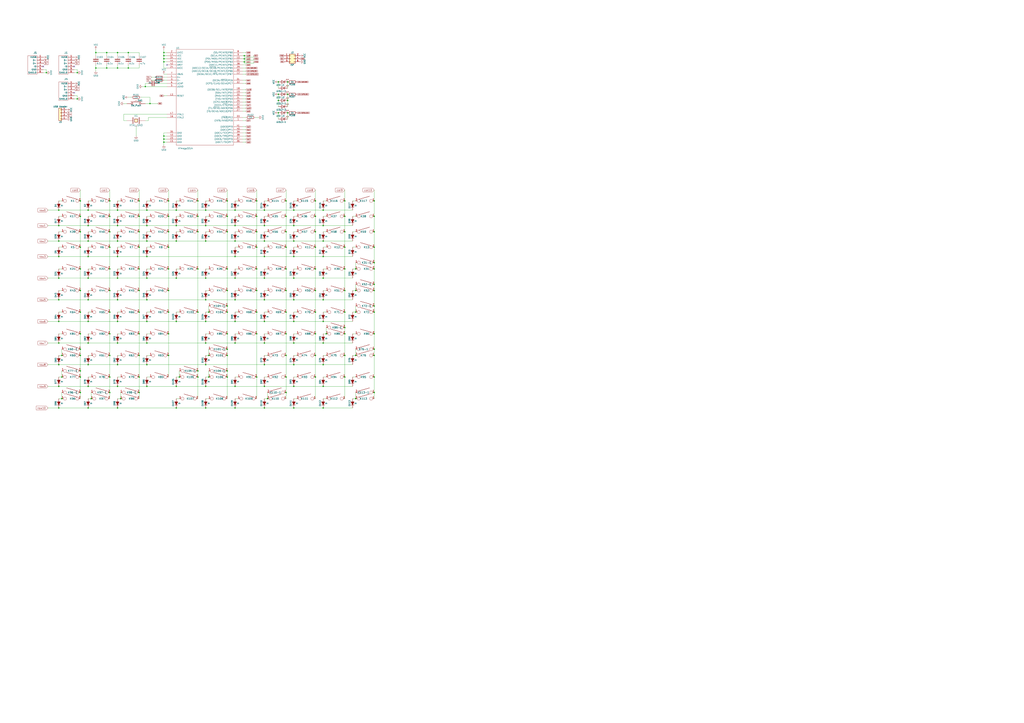
<source format=kicad_sch>
(kicad_sch (version 20230121) (generator eeschema)
  (paper "A1")
  (junction (at 186.69 190.5))
  (junction (at 283.21 238.76))
  (junction (at 66.04 274.32))
  (junction (at 50.8 309.88))
  (junction (at 186.69 238.76))
  (junction (at 200.66 50.8))
  (junction (at 114.3 220.98))
  (junction (at 114.3 309.88))
  (junction (at 210.82 165.1))
  (junction (at 283.21 256.54))
  (junction (at 234.95 256.54))
  (junction (at 193.04 228.6))
  (junction (at 119.38 71.12))
  (junction (at 96.52 281.94))
  (junction (at 134.62 43.18))
  (junction (at 259.08 190.5))
  (junction (at 241.3 210.82))
  (junction (at 236.22 77.47))
  (junction (at 38.1 59.69))
  (junction (at 138.43 203.2))
  (junction (at 90.17 203.2))
  (junction (at 265.43 246.38))
  (junction (at 307.34 251.46))
  (junction (at 90.17 220.98))
  (junction (at 72.39 185.42))
  (junction (at 168.91 172.72))
  (junction (at 66.04 238.76))
  (junction (at 63.5 59.69))
  (junction (at 120.65 281.94))
  (junction (at 267.97 274.32))
  (junction (at 90.17 238.76))
  (junction (at 259.08 238.76))
  (junction (at 90.17 165.1))
  (junction (at 138.43 220.98))
  (junction (at 292.1 327.66))
  (junction (at 48.26 198.12))
  (junction (at 50.8 292.1))
  (junction (at 241.3 281.94))
  (junction (at 120.65 210.82))
  (junction (at 265.43 185.42))
  (junction (at 72.39 172.72))
  (junction (at 193.04 210.82))
  (junction (at 234.95 203.2))
  (junction (at 162.56 165.1))
  (junction (at 90.17 190.5))
  (junction (at 283.21 203.2))
  (junction (at 307.34 292.1))
  (junction (at 307.34 287.02))
  (junction (at 210.82 203.2))
  (junction (at 283.21 292.1))
  (junction (at 66.04 304.8))
  (junction (at 234.95 238.76))
  (junction (at 171.45 309.88))
  (junction (at 96.52 210.82))
  (junction (at 90.17 256.54))
  (junction (at 217.17 299.72))
  (junction (at 210.82 256.54))
  (junction (at 66.04 203.2))
  (junction (at 168.91 299.72))
  (junction (at 162.56 190.5))
  (junction (at 241.3 264.16))
  (junction (at 96.52 43.18))
  (junction (at 114.3 292.1))
  (junction (at 134.62 50.8))
  (junction (at 283.21 165.1))
  (junction (at 168.91 264.16))
  (junction (at 241.3 185.42))
  (junction (at 96.52 228.6))
  (junction (at 138.43 165.1))
  (junction (at 90.17 309.88))
  (junction (at 283.21 269.24))
  (junction (at 50.8 327.66))
  (junction (at 241.3 335.28))
  (junction (at 193.04 185.42))
  (junction (at 307.34 215.9))
  (junction (at 265.43 317.5))
  (junction (at 138.43 177.8))
  (junction (at 48.26 299.72))
  (junction (at 228.6 77.47))
  (junction (at 210.82 309.88))
  (junction (at 186.69 309.88))
  (junction (at 99.06 327.66))
  (junction (at 134.62 111.76))
  (junction (at 138.43 190.5))
  (junction (at 186.69 292.1))
  (junction (at 138.43 274.32))
  (junction (at 134.62 114.3))
  (junction (at 186.69 177.8))
  (junction (at 241.3 299.72))
  (junction (at 259.08 203.2))
  (junction (at 241.3 172.72))
  (junction (at 241.3 317.5))
  (junction (at 114.3 274.32))
  (junction (at 48.26 246.38))
  (junction (at 96.52 198.12))
  (junction (at 138.43 238.76))
  (junction (at 307.34 220.98))
  (junction (at 210.82 177.8))
  (junction (at 72.39 246.38))
  (junction (at 66.04 292.1))
  (junction (at 120.65 228.6))
  (junction (at 228.6 82.55))
  (junction (at 114.3 238.76))
  (junction (at 168.91 198.12))
  (junction (at 307.34 165.1))
  (junction (at 283.21 190.5))
  (junction (at 265.43 299.72))
  (junction (at 72.39 317.5))
  (junction (at 265.43 264.16))
  (junction (at 66.04 309.88))
  (junction (at 72.39 198.12))
  (junction (at 66.04 177.8))
  (junction (at 147.32 309.88))
  (junction (at 144.78 198.12))
  (junction (at 114.3 203.2))
  (junction (at 114.3 165.1))
  (junction (at 48.26 281.94))
  (junction (at 120.65 185.42))
  (junction (at 96.52 185.42))
  (junction (at 48.26 172.72))
  (junction (at 234.95 292.1))
  (junction (at 234.95 165.1))
  (junction (at 72.39 335.28))
  (junction (at 105.41 43.18))
  (junction (at 200.66 48.26))
  (junction (at 210.82 238.76))
  (junction (at 168.91 335.28))
  (junction (at 265.43 228.6))
  (junction (at 186.69 256.54))
  (junction (at 90.17 177.8))
  (junction (at 120.65 246.38))
  (junction (at 134.62 48.26))
  (junction (at 96.52 264.16))
  (junction (at 138.43 292.1))
  (junction (at 265.43 210.82))
  (junction (at 96.52 335.28))
  (junction (at 234.95 309.88))
  (junction (at 193.04 198.12))
  (junction (at 217.17 228.6))
  (junction (at 283.21 220.98))
  (junction (at 234.95 220.98))
  (junction (at 144.78 264.16))
  (junction (at 168.91 246.38))
  (junction (at 144.78 335.28))
  (junction (at 171.45 256.54))
  (junction (at 87.63 43.18))
  (junction (at 193.04 335.28))
  (junction (at 217.17 264.16))
  (junction (at 162.56 256.54))
  (junction (at 307.34 322.58))
  (junction (at 217.17 246.38))
  (junction (at 241.3 246.38))
  (junction (at 66.04 190.5))
  (junction (at 72.39 281.94))
  (junction (at 66.04 220.98))
  (junction (at 171.45 292.1))
  (junction (at 259.08 177.8))
  (junction (at 292.1 220.98))
  (junction (at 228.6 92.71))
  (junction (at 228.6 67.31))
  (junction (at 292.1 256.54))
  (junction (at 48.26 317.5))
  (junction (at 66.04 165.1))
  (junction (at 283.21 309.88))
  (junction (at 217.17 335.28))
  (junction (at 259.08 274.32))
  (junction (at 259.08 220.98))
  (junction (at 90.17 292.1))
  (junction (at 193.04 246.38))
  (junction (at 259.08 165.1))
  (junction (at 217.17 198.12))
  (junction (at 74.93 327.66))
  (junction (at 90.17 274.32))
  (junction (at 120.65 299.72))
  (junction (at 217.17 210.82))
  (junction (at 210.82 220.98))
  (junction (at 307.34 203.2))
  (junction (at 168.91 185.42))
  (junction (at 259.08 256.54))
  (junction (at 307.34 177.8))
  (junction (at 72.39 299.72))
  (junction (at 283.21 274.32))
  (junction (at 144.78 185.42))
  (junction (at 234.95 322.58))
  (junction (at 193.04 172.72))
  (junction (at 265.43 198.12))
  (junction (at 265.43 335.28))
  (junction (at 114.3 177.8))
  (junction (at 63.5 81.28))
  (junction (at 134.62 45.72))
  (junction (at 193.04 264.16))
  (junction (at 123.19 85.09))
  (junction (at 186.69 287.02))
  (junction (at 186.69 220.98))
  (junction (at 307.34 256.54))
  (junction (at 234.95 190.5))
  (junction (at 259.08 309.88))
  (junction (at 72.39 264.16))
  (junction (at 48.26 335.28))
  (junction (at 307.34 190.5))
  (junction (at 134.62 116.84))
  (junction (at 162.56 309.88))
  (junction (at 210.82 274.32))
  (junction (at 144.78 317.5))
  (junction (at 144.78 172.72))
  (junction (at 72.39 228.6))
  (junction (at 96.52 246.38))
  (junction (at 48.26 264.16))
  (junction (at 120.65 172.72))
  (junction (at 96.52 172.72))
  (junction (at 66.04 256.54))
  (junction (at 168.91 228.6))
  (junction (at 292.1 238.76))
  (junction (at 241.3 228.6))
  (junction (at 217.17 317.5))
  (junction (at 120.65 198.12))
  (junction (at 48.26 185.42))
  (junction (at 114.3 190.5))
  (junction (at 78.74 55.88))
  (junction (at 168.91 281.94))
  (junction (at 144.78 228.6))
  (junction (at 217.17 172.72))
  (junction (at 265.43 281.94))
  (junction (at 236.22 92.71))
  (junction (at 90.17 322.58))
  (junction (at 210.82 190.5))
  (junction (at 105.41 55.88))
  (junction (at 234.95 274.32))
  (junction (at 236.22 67.31))
  (junction (at 307.34 238.76))
  (junction (at 66.04 322.58))
  (junction (at 138.43 256.54))
  (junction (at 292.1 292.1))
  (junction (at 193.04 317.5))
  (junction (at 265.43 172.72))
  (junction (at 186.69 251.46))
  (junction (at 87.63 55.88))
  (junction (at 307.34 274.32))
  (junction (at 48.26 210.82))
  (junction (at 162.56 220.98))
  (junction (at 307.34 309.88))
  (junction (at 96.52 317.5))
  (junction (at 48.26 228.6))
  (junction (at 234.95 177.8))
  (junction (at 78.74 43.18))
  (junction (at 96.52 55.88))
  (junction (at 168.91 317.5))
  (junction (at 120.65 264.16))
  (junction (at 186.69 304.8))
  (junction (at 259.08 292.1))
  (junction (at 120.65 317.5))
  (junction (at 200.66 45.72))
  (junction (at 66.04 287.02))
  (junction (at 186.69 165.1))
  (junction (at 186.69 274.32))
  (junction (at 162.56 304.8))
  (junction (at 236.22 82.55))
  (junction (at 114.3 256.54))
  (junction (at 114.3 322.58))
  (junction (at 96.52 299.72))
  (junction (at 162.56 177.8))
  (junction (at 217.17 185.42))
  (junction (at 307.34 233.68))
  (junction (at 217.17 281.94))
  (junction (at 72.39 210.82))
  (junction (at 193.04 281.94))
  (junction (at 219.71 327.66))
  (junction (at 241.3 198.12))
  (junction (at 283.21 177.8))
  (no_connect (at 137.16 53.34))
  (no_connect (at 60.96 76.2))
  (no_connect (at 60.96 54.61))
  (no_connect (at 35.56 54.61))
  (wire (pts (xy 259.08 238.76) (xy 259.08 256.54)))
  (wire (pts (xy 138.43 203.2) (xy 138.43 190.5)))
  (wire (pts (xy 259.08 220.98) (xy 259.08 238.76)))
  (wire (pts (xy 243.84 177.8) (xy 241.3 177.8)))
  (wire (pts (xy 137.16 45.72) (xy 134.62 45.72)))
  (wire (pts (xy 219.71 238.76) (xy 217.17 238.76)))
  (wire (pts (xy 162.56 304.8) (xy 162.56 309.88)))
  (wire (pts (xy 120.65 228.6) (xy 144.78 228.6)))
  (wire (pts (xy 74.93 177.8) (xy 72.39 177.8)))
  (wire (pts (xy 200.66 45.72) (xy 200.66 46.99)))
  (wire (pts (xy 219.71 256.54) (xy 217.17 256.54)))
  (wire (pts (xy 96.52 264.16) (xy 72.39 264.16)))
  (wire (pts (xy 99.06 274.32) (xy 96.52 274.32)))
  (wire (pts (xy 137.16 50.8) (xy 134.62 50.8)))
  (wire (pts (xy 134.62 60.96) (xy 137.16 60.96)))
  (wire (pts (xy 241.3 281.94) (xy 217.17 281.94)))
  (wire (pts (xy 114.3 165.1) (xy 114.3 177.8)))
  (wire (pts (xy 199.39 58.42) (xy 201.93 58.42)))
  (wire (pts (xy 200.66 48.26) (xy 200.66 49.53)))
  (wire (pts (xy 72.39 335.28) (xy 96.52 335.28)))
  (wire (pts (xy 292.1 327.66) (xy 289.56 327.66)))
  (wire (pts (xy 267.97 274.32) (xy 265.43 274.32)))
  (wire (pts (xy 171.45 327.66) (xy 168.91 327.66)))
  (wire (pts (xy 217.17 228.6) (xy 241.3 228.6)))
  (wire (pts (xy 307.34 165.1) (xy 307.34 177.8)))
  (wire (pts (xy 90.17 309.88) (xy 90.17 322.58)))
  (wire (pts (xy 243.84 203.2) (xy 241.3 203.2)))
  (wire (pts (xy 243.84 190.5) (xy 241.3 190.5)))
  (wire (pts (xy 168.91 317.5) (xy 144.78 317.5)))
  (wire (pts (xy 307.34 203.2) (xy 307.34 215.9)))
  (wire (pts (xy 193.04 317.5) (xy 168.91 317.5)))
  (wire (pts (xy 171.45 220.98) (xy 168.91 220.98)))
  (wire (pts (xy 265.43 246.38) (xy 289.56 246.38)))
  (wire (pts (xy 217.17 299.72) (xy 241.3 299.72)))
  (wire (pts (xy 90.17 156.21) (xy 90.17 165.1)))
  (wire (pts (xy 138.43 165.1) (xy 138.43 156.21)))
  (wire (pts (xy 101.6 93.98) (xy 101.6 99.06)))
  (wire (pts (xy 48.26 210.82) (xy 72.39 210.82)))
  (wire (pts (xy 72.39 210.82) (xy 96.52 210.82)))
  (wire (pts (xy 241.3 281.94) (xy 265.43 281.94)))
  (wire (pts (xy 201.93 106.68) (xy 199.39 106.68)))
  (wire (pts (xy 199.39 88.9) (xy 201.93 88.9)))
  (wire (pts (xy 241.3 228.6) (xy 265.43 228.6)))
  (wire (pts (xy 193.04 264.16) (xy 168.91 264.16)))
  (wire (pts (xy 90.17 322.58) (xy 90.17 327.66)))
  (wire (pts (xy 162.56 165.1) (xy 162.56 177.8)))
  (wire (pts (xy 147.32 190.5) (xy 144.78 190.5)))
  (wire (pts (xy 105.41 80.01) (xy 107.95 80.01)))
  (wire (pts (xy 74.93 220.98) (xy 72.39 220.98)))
  (wire (pts (xy 87.63 43.18) (xy 87.63 45.72)))
  (wire (pts (xy 259.08 156.21) (xy 259.08 165.1)))
  (wire (pts (xy 241.3 198.12) (xy 217.17 198.12)))
  (wire (pts (xy 171.45 292.1) (xy 168.91 292.1)))
  (wire (pts (xy 168.91 198.12) (xy 193.04 198.12)))
  (wire (pts (xy 123.19 292.1) (xy 120.65 292.1)))
  (wire (pts (xy 195.58 327.66) (xy 193.04 327.66)))
  (wire (pts (xy 234.95 165.1) (xy 234.95 177.8)))
  (wire (pts (xy 243.84 165.1) (xy 241.3 165.1)))
  (wire (pts (xy 96.52 172.72) (xy 120.65 172.72)))
  (wire (pts (xy 74.93 322.58) (xy 74.93 327.66)))
  (wire (pts (xy 193.04 246.38) (xy 217.17 246.38)))
  (wire (pts (xy 292.1 238.76) (xy 289.56 238.76)))
  (wire (pts (xy 72.39 185.42) (xy 48.26 185.42)))
  (wire (pts (xy 39.37 246.38) (xy 48.26 246.38)))
  (wire (pts (xy 66.04 256.54) (xy 66.04 274.32)))
  (wire (pts (xy 200.66 50.8) (xy 200.66 52.07)))
  (wire (pts (xy 78.74 55.88) (xy 87.63 55.88)))
  (wire (pts (xy 171.45 309.88) (xy 168.91 309.88)))
  (wire (pts (xy 134.62 78.74) (xy 137.16 78.74)))
  (wire (pts (xy 116.84 71.12) (xy 119.38 71.12)))
  (wire (pts (xy 129.54 68.58) (xy 137.16 68.58)))
  (wire (pts (xy 78.74 43.18) (xy 78.74 45.72)))
  (wire (pts (xy 199.39 55.88) (xy 201.93 55.88)))
  (wire (pts (xy 48.26 185.42) (xy 39.37 185.42)))
  (wire (pts (xy 195.58 256.54) (xy 193.04 256.54)))
  (wire (pts (xy 138.43 177.8) (xy 138.43 165.1)))
  (wire (pts (xy 208.28 52.07) (xy 208.28 50.8)))
  (wire (pts (xy 208.28 49.53) (xy 208.28 48.26)))
  (wire (pts (xy 259.08 177.8) (xy 259.08 190.5)))
  (wire (pts (xy 114.3 156.21) (xy 114.3 165.1)))
  (wire (pts (xy 162.56 256.54) (xy 162.56 304.8)))
  (wire (pts (xy 134.62 114.3) (xy 137.16 114.3)))
  (wire (pts (xy 134.62 50.8) (xy 134.62 55.88)))
  (wire (pts (xy 186.69 190.5) (xy 186.69 220.98)))
  (wire (pts (xy 171.45 165.1) (xy 168.91 165.1)))
  (wire (pts (xy 195.58 190.5) (xy 193.04 190.5)))
  (wire (pts (xy 292.1 322.58) (xy 292.1 327.66)))
  (wire (pts (xy 219.71 292.1) (xy 217.17 292.1)))
  (wire (pts (xy 195.58 274.32) (xy 193.04 274.32)))
  (wire (pts (xy 66.04 165.1) (xy 66.04 177.8)))
  (wire (pts (xy 307.34 190.5) (xy 307.34 203.2)))
  (wire (pts (xy 162.56 309.88) (xy 162.56 327.66)))
  (wire (pts (xy 147.32 165.1) (xy 144.78 165.1)))
  (wire (pts (xy 195.58 203.2) (xy 193.04 203.2)))
  (wire (pts (xy 134.62 114.3) (xy 134.62 116.84)))
  (wire (pts (xy 144.78 317.5) (xy 120.65 317.5)))
  (wire (pts (xy 74.93 292.1) (xy 72.39 292.1)))
  (wire (pts (xy 124.46 63.5) (xy 127 63.5)))
  (wire (pts (xy 186.69 177.8) (xy 186.69 190.5)))
  (wire (pts (xy 200.66 46.99) (xy 208.28 46.99)))
  (wire (pts (xy 243.84 327.66) (xy 241.3 327.66)))
  (wire (pts (xy 234.95 190.5) (xy 234.95 203.2)))
  (wire (pts (xy 78.74 43.18) (xy 87.63 43.18)))
  (wire (pts (xy 168.91 299.72) (xy 217.17 299.72)))
  (wire (pts (xy 119.38 68.58) (xy 119.38 71.12)))
  (wire (pts (xy 186.69 287.02) (xy 186.69 292.1)))
  (wire (pts (xy 114.3 322.58) (xy 114.3 327.66)))
  (wire (pts (xy 219.71 327.66) (xy 217.17 327.66)))
  (wire (pts (xy 210.82 309.88) (xy 210.82 327.66)))
  (wire (pts (xy 307.34 156.21) (xy 307.34 165.1)))
  (wire (pts (xy 199.39 73.66) (xy 201.93 73.66)))
  (wire (pts (xy 292.1 165.1) (xy 289.56 165.1)))
  (wire (pts (xy 210.82 156.21) (xy 210.82 165.1)))
  (wire (pts (xy 90.17 274.32) (xy 90.17 292.1)))
  (wire (pts (xy 241.3 335.28) (xy 265.43 335.28)))
  (wire (pts (xy 217.17 317.5) (xy 241.3 317.5)))
  (wire (pts (xy 120.65 299.72) (xy 96.52 299.72)))
  (wire (pts (xy 219.71 165.1) (xy 217.17 165.1)))
  (wire (pts (xy 162.56 177.8) (xy 162.56 190.5)))
  (wire (pts (xy 123.19 165.1) (xy 120.65 165.1)))
  (wire (pts (xy 234.95 309.88) (xy 234.95 322.58)))
  (wire (pts (xy 186.69 292.1) (xy 186.69 304.8)))
  (wire (pts (xy 137.16 109.22) (xy 134.62 109.22)))
  (wire (pts (xy 241.3 246.38) (xy 265.43 246.38)))
  (wire (pts (xy 292.1 274.32) (xy 289.56 274.32)))
  (wire (pts (xy 101.6 93.98) (xy 137.16 93.98)))
  (wire (pts (xy 168.91 246.38) (xy 193.04 246.38)))
  (wire (pts (xy 114.3 55.88) (xy 114.3 53.34)))
  (wire (pts (xy 72.39 172.72) (xy 96.52 172.72)))
  (wire (pts (xy 283.21 309.88) (xy 283.21 327.66)))
  (wire (pts (xy 66.04 190.5) (xy 66.04 203.2)))
  (wire (pts (xy 210.82 177.8) (xy 210.82 190.5)))
  (wire (pts (xy 283.21 256.54) (xy 283.21 269.24)))
  (wire (pts (xy 138.43 274.32) (xy 138.43 256.54)))
  (wire (pts (xy 292.1 251.46) (xy 292.1 256.54)))
  (wire (pts (xy 162.56 156.21) (xy 162.56 165.1)))
  (wire (pts (xy 123.19 80.01) (xy 123.19 85.09)))
  (wire (pts (xy 209.55 96.52) (xy 212.09 96.52)))
  (wire (pts (xy 259.08 165.1) (xy 259.08 177.8)))
  (wire (pts (xy 243.84 256.54) (xy 241.3 256.54)))
  (wire (pts (xy 48.26 317.5) (xy 72.39 317.5)))
  (wire (pts (xy 199.39 116.84) (xy 201.93 116.84)))
  (wire (pts (xy 283.21 165.1) (xy 283.21 177.8)))
  (wire (pts (xy 38.1 59.69) (xy 35.56 59.69)))
  (wire (pts (xy 292.1 190.5) (xy 289.56 190.5)))
  (wire (pts (xy 219.71 274.32) (xy 217.17 274.32)))
  (wire (pts (xy 147.32 309.88) (xy 144.78 309.88)))
  (wire (pts (xy 50.8 238.76) (xy 48.26 238.76)))
  (wire (pts (xy 50.8 322.58) (xy 50.8 327.66)))
  (wire (pts (xy 199.39 43.18) (xy 201.93 43.18)))
  (wire (pts (xy 228.6 82.55) (xy 228.6 77.47)))
  (wire (pts (xy 234.95 274.32) (xy 234.95 292.1)))
  (wire (pts (xy 199.39 66.04) (xy 201.93 66.04)))
  (wire (pts (xy 236.22 82.55) (xy 236.22 87.63)))
  (wire (pts (xy 200.66 52.07) (xy 208.28 52.07)))
  (wire (pts (xy 241.3 299.72) (xy 265.43 299.72)))
  (wire (pts (xy 99.06 256.54) (xy 96.52 256.54)))
  (wire (pts (xy 234.95 238.76) (xy 234.95 256.54)))
  (wire (pts (xy 195.58 165.1) (xy 193.04 165.1)))
  (wire (pts (xy 195.58 177.8) (xy 193.04 177.8)))
  (wire (pts (xy 134.62 63.5) (xy 137.16 63.5)))
  (wire (pts (xy 120.65 317.5) (xy 96.52 317.5)))
  (wire (pts (xy 193.04 317.5) (xy 217.17 317.5)))
  (wire (pts (xy 90.17 203.2) (xy 90.17 220.98)))
  (wire (pts (xy 199.39 81.28) (xy 201.93 81.28)))
  (wire (pts (xy 186.69 251.46) (xy 186.69 256.54)))
  (wire (pts (xy 210.82 256.54) (xy 210.82 274.32)))
  (wire (pts (xy 72.39 246.38) (xy 48.26 246.38)))
  (wire (pts (xy 283.21 156.21) (xy 283.21 165.1)))
  (wire (pts (xy 267.97 165.1) (xy 265.43 165.1)))
  (wire (pts (xy 243.84 292.1) (xy 241.3 292.1)))
  (wire (pts (xy 99.06 220.98) (xy 96.52 220.98)))
  (wire (pts (xy 50.8 165.1) (xy 48.26 165.1)))
  (wire (pts (xy 265.43 264.16) (xy 289.56 264.16)))
  (wire (pts (xy 265.43 317.5) (xy 289.56 317.5)))
  (wire (pts (xy 114.3 43.18) (xy 114.3 45.72)))
  (wire (pts (xy 114.3 292.1) (xy 114.3 309.88)))
  (wire (pts (xy 186.69 220.98) (xy 186.69 238.76)))
  (wire (pts (xy 186.69 274.32) (xy 186.69 287.02)))
  (wire (pts (xy 137.16 43.18) (xy 134.62 43.18)))
  (wire (pts (xy 267.97 292.1) (xy 265.43 292.1)))
  (wire (pts (xy 147.32 304.8) (xy 147.32 309.88)))
  (wire (pts (xy 120.65 281.94) (xy 168.91 281.94)))
  (wire (pts (xy 120.65 198.12) (xy 96.52 198.12)))
  (wire (pts (xy 124.46 66.04) (xy 127 66.04)))
  (wire (pts (xy 265.43 228.6) (xy 289.56 228.6)))
  (wire (pts (xy 171.45 190.5) (xy 168.91 190.5)))
  (wire (pts (xy 219.71 309.88) (xy 217.17 309.88)))
  (wire (pts (xy 162.56 220.98) (xy 162.56 256.54)))
  (wire (pts (xy 217.17 172.72) (xy 193.04 172.72)))
  (wire (pts (xy 217.17 264.16) (xy 241.3 264.16)))
  (wire (pts (xy 171.45 238.76) (xy 168.91 238.76)))
  (wire (pts (xy 121.92 96.52) (xy 121.92 99.06)))
  (wire (pts (xy 96.52 299.72) (xy 72.39 299.72)))
  (wire (pts (xy 99.06 238.76) (xy 96.52 238.76)))
  (wire (pts (xy 265.43 335.28) (xy 289.56 335.28)))
  (wire (pts (xy 307.34 309.88) (xy 307.34 322.58)))
  (wire (pts (xy 66.04 309.88) (xy 66.04 322.58)))
  (wire (pts (xy 228.6 97.79) (xy 228.6 92.71)))
  (wire (pts (xy 96.52 210.82) (xy 120.65 210.82)))
  (wire (pts (xy 121.92 68.58) (xy 119.38 68.58)))
  (wire (pts (xy 234.95 177.8) (xy 234.95 190.5)))
  (wire (pts (xy 217.17 335.28) (xy 193.04 335.28)))
  (wire (pts (xy 137.16 116.84) (xy 134.62 116.84)))
  (wire (pts (xy 72.39 299.72) (xy 48.26 299.72)))
  (wire (pts (xy 74.93 203.2) (xy 72.39 203.2)))
  (wire (pts (xy 292.1 177.8) (xy 289.56 177.8)))
  (wire (pts (xy 259.08 203.2) (xy 259.08 220.98)))
  (wire (pts (xy 96.52 335.28) (xy 144.78 335.28)))
  (wire (pts (xy 137.16 96.52) (xy 121.92 96.52)))
  (wire (pts (xy 119.38 85.09) (xy 123.19 85.09)))
  (wire (pts (xy 292.1 203.2) (xy 289.56 203.2)))
  (wire (pts (xy 87.63 43.18) (xy 96.52 43.18)))
  (wire (pts (xy 99.06 190.5) (xy 96.52 190.5)))
  (wire (pts (xy 134.62 116.84) (xy 134.62 119.38)))
  (wire (pts (xy 283.21 220.98) (xy 283.21 238.76)))
  (wire (pts (xy 114.3 256.54) (xy 114.3 274.32)))
  (wire (pts (xy 90.17 177.8) (xy 90.17 190.5)))
  (wire (pts (xy 72.39 198.12) (xy 48.26 198.12)))
  (wire (pts (xy 267.97 190.5) (xy 265.43 190.5)))
  (wire (pts (xy 96.52 246.38) (xy 120.65 246.38)))
  (wire (pts (xy 96.52 228.6) (xy 120.65 228.6)))
  (wire (pts (xy 50.8 274.32) (xy 48.26 274.32)))
  (wire (pts (xy 134.62 48.26) (xy 134.62 50.8)))
  (wire (pts (xy 123.19 238.76) (xy 120.65 238.76)))
  (wire (pts (xy 201.93 48.26) (xy 200.66 48.26)))
  (wire (pts (xy 48.26 335.28) (xy 72.39 335.28)))
  (wire (pts (xy 134.62 55.88) (xy 137.16 55.88)))
  (wire (pts (xy 171.45 274.32) (xy 168.91 274.32)))
  (wire (pts (xy 138.43 238.76) (xy 138.43 220.98)))
  (wire (pts (xy 193.04 210.82) (xy 217.17 210.82)))
  (wire (pts (xy 114.3 238.76) (xy 114.3 256.54)))
  (wire (pts (xy 199.39 104.14) (xy 201.93 104.14)))
  (wire (pts (xy 241.3 185.42) (xy 217.17 185.42)))
  (wire (pts (xy 96.52 185.42) (xy 72.39 185.42)))
  (wire (pts (xy 267.97 203.2) (xy 265.43 203.2)))
  (wire (pts (xy 186.69 304.8) (xy 186.69 309.88)))
  (wire (pts (xy 66.04 292.1) (xy 66.04 304.8)))
  (wire (pts (xy 267.97 327.66) (xy 265.43 327.66)))
  (wire (pts (xy 66.04 177.8) (xy 66.04 190.5)))
  (wire (pts (xy 48.26 210.82) (xy 39.37 210.82)))
  (wire (pts (xy 259.08 309.88) (xy 259.08 327.66)))
  (wire (pts (xy 114.3 220.98) (xy 114.3 238.76)))
  (wire (pts (xy 78.74 40.64) (xy 78.74 43.18)))
  (wire (pts (xy 138.43 190.5) (xy 138.43 177.8)))
  (wire (pts (xy 307.34 220.98) (xy 307.34 233.68)))
  (wire (pts (xy 283.21 203.2) (xy 283.21 220.98)))
  (wire (pts (xy 96.52 43.18) (xy 96.52 45.72)))
  (wire (pts (xy 50.8 292.1) (xy 48.26 292.1)))
  (wire (pts (xy 72.39 281.94) (xy 48.26 281.94)))
  (wire (pts (xy 307.34 238.76) (xy 307.34 251.46)))
  (wire (pts (xy 60.96 57.15) (xy 63.5 57.15)))
  (wire (pts (xy 267.97 177.8) (xy 265.43 177.8)))
  (wire (pts (xy 115.57 80.01) (xy 123.19 80.01)))
  (wire (pts (xy 210.82 203.2) (xy 210.82 220.98)))
  (wire (pts (xy 123.19 190.5) (xy 120.65 190.5)))
  (wire (pts (xy 168.91 228.6) (xy 193.04 228.6)))
  (wire (pts (xy 66.04 156.21) (xy 66.04 165.1)))
  (wire (pts (xy 72.39 228.6) (xy 48.26 228.6)))
  (wire (pts (xy 219.71 190.5) (xy 217.17 190.5)))
  (wire (pts (xy 50.8 190.5) (xy 48.26 190.5)))
  (wire (pts (xy 307.34 322.58) (xy 307.34 327.66)))
  (wire (pts (xy 307.34 256.54) (xy 307.34 274.32)))
  (wire (pts (xy 307.34 177.8) (xy 307.34 190.5)))
  (wire (pts (xy 217.17 185.42) (xy 193.04 185.42)))
  (wire (pts (xy 283.21 269.24) (xy 283.21 274.32)))
  (wire (pts (xy 265.43 172.72) (xy 289.56 172.72)))
  (wire (pts (xy 90.17 292.1) (xy 90.17 309.88)))
  (wire (pts (xy 193.04 264.16) (xy 217.17 264.16)))
  (wire (pts (xy 199.39 114.3) (xy 201.93 114.3)))
  (wire (pts (xy 234.95 292.1) (xy 234.95 309.88)))
  (wire (pts (xy 199.39 68.58) (xy 201.93 68.58)))
  (wire (pts (xy 138.43 309.88) (xy 138.43 292.1)))
  (wire (pts (xy 234.95 220.98) (xy 234.95 238.76)))
  (wire (pts (xy 147.32 177.8) (xy 144.78 177.8)))
  (wire (pts (xy 307.34 292.1) (xy 307.34 309.88)))
  (wire (pts (xy 120.65 299.72) (xy 168.91 299.72)))
  (wire (pts (xy 199.39 111.76) (xy 201.93 111.76)))
  (wire (pts (xy 96.52 55.88) (xy 105.41 55.88)))
  (wire (pts (xy 210.82 274.32) (xy 210.82 309.88)))
  (wire (pts (xy 48.26 198.12) (xy 39.37 198.12)))
  (wire (pts (xy 105.41 43.18) (xy 114.3 43.18)))
  (wire (pts (xy 259.08 274.32) (xy 259.08 292.1)))
  (wire (pts (xy 123.19 177.8) (xy 120.65 177.8)))
  (wire (pts (xy 283.21 238.76) (xy 283.21 256.54)))
  (wire (pts (xy 63.5 81.28) (xy 60.96 81.28)))
  (wire (pts (xy 66.04 287.02) (xy 66.04 292.1)))
  (wire (pts (xy 292.1 256.54) (xy 289.56 256.54)))
  (wire (pts (xy 99.06 309.88) (xy 96.52 309.88)))
  (wire (pts (xy 134.62 111.76) (xy 137.16 111.76)))
  (wire (pts (xy 259.08 256.54) (xy 259.08 274.32)))
  (wire (pts (xy 228.6 87.63) (xy 228.6 82.55)))
  (wire (pts (xy 63.5 78.74) (xy 63.5 81.28)))
  (wire (pts (xy 292.1 309.88) (xy 289.56 309.88)))
  (wire (pts (xy 134.62 40.64) (xy 134.62 43.18)))
  (wire (pts (xy 123.19 203.2) (xy 120.65 203.2)))
  (wire (pts (xy 243.84 238.76) (xy 241.3 238.76)))
  (wire (pts (xy 99.06 327.66) (xy 96.52 327.66)))
  (wire (pts (xy 259.08 292.1) (xy 259.08 309.88)))
  (wire (pts (xy 72.39 264.16) (xy 48.26 264.16)))
  (wire (pts (xy 292.1 220.98) (xy 289.56 220.98)))
  (wire (pts (xy 171.45 304.8) (xy 171.45 309.88)))
  (wire (pts (xy 193.04 185.42) (xy 168.91 185.42)))
  (wire (pts (xy 50.8 287.02) (xy 50.8 292.1)))
  (wire (pts (xy 228.6 72.39) (xy 228.6 67.31)))
  (wire (pts (xy 104.14 99.06) (xy 101.6 99.06)))
  (wire (pts (xy 199.39 91.44) (xy 201.93 91.44)))
  (wire (pts (xy 234.95 322.58) (xy 234.95 327.66)))
  (wire (pts (xy 236.22 77.47) (xy 236.22 82.55)))
  (wire (pts (xy 105.41 55.88) (xy 114.3 55.88)))
  (wire (pts (xy 134.62 43.18) (xy 134.62 45.72)))
  (wire (pts (xy 123.19 256.54) (xy 120.65 256.54)))
  (wire (pts (xy 96.52 317.5) (xy 72.39 317.5)))
  (wire (pts (xy 147.32 327.66) (xy 144.78 327.66)))
  (wire (pts (xy 50.8 177.8) (xy 48.26 177.8)))
  (wire (pts (xy 48.26 317.5) (xy 39.37 317.5)))
  (wire (pts (xy 63.5 59.69) (xy 60.96 59.69)))
  (wire (pts (xy 39.37 335.28) (xy 48.26 335.28)))
  (wire (pts (xy 90.17 256.54) (xy 90.17 274.32)))
  (wire (pts (xy 219.71 220.98) (xy 217.17 220.98)))
  (wire (pts (xy 50.8 220.98) (xy 48.26 220.98)))
  (wire (pts (xy 193.04 228.6) (xy 217.17 228.6)))
  (wire (pts (xy 186.69 165.1) (xy 186.69 177.8)))
  (wire (pts (xy 168.91 335.28) (xy 144.78 335.28)))
  (wire (pts (xy 96.52 228.6) (xy 72.39 228.6)))
  (wire (pts (xy 171.45 256.54) (xy 168.91 256.54)))
  (wire (pts (xy 168.91 264.16) (xy 144.78 264.16)))
  (wire (pts (xy 217.17 172.72) (xy 241.3 172.72)))
  (wire (pts (xy 200.66 48.26) (xy 199.39 48.26)))
  (wire (pts (xy 144.78 185.42) (xy 120.65 185.42)))
  (wire (pts (xy 144.78 228.6) (xy 168.91 228.6)))
  (wire (pts (xy 234.95 156.21) (xy 234.95 165.1)))
  (wire (pts (xy 219.71 322.58) (xy 219.71 327.66)))
  (wire (pts (xy 201.93 53.34) (xy 199.39 53.34)))
  (wire (pts (xy 307.34 287.02) (xy 307.34 292.1)))
  (wire (pts (xy 234.95 256.54) (xy 234.95 274.32)))
  (wire (pts (xy 307.34 215.9) (xy 307.34 220.98)))
  (wire (pts (xy 162.56 190.5) (xy 162.56 220.98)))
  (wire (pts (xy 307.34 233.68) (xy 307.34 238.76)))
  (wire (pts (xy 201.93 50.8) (xy 200.66 50.8)))
  (wire (pts (xy 241.3 172.72) (xy 265.43 172.72)))
  (wire (pts (xy 63.5 57.15) (xy 63.5 59.69)))
  (wire (pts (xy 50.8 309.88) (xy 48.26 309.88)))
  (wire (pts (xy 105.41 55.88) (xy 105.41 53.34)))
  (wire (pts (xy 193.04 198.12) (xy 217.17 198.12)))
  (wire (pts (xy 87.63 55.88) (xy 96.52 55.88)))
  (wire (pts (xy 90.17 220.98) (xy 90.17 238.76)))
  (wire (pts (xy 267.97 269.24) (xy 267.97 274.32)))
  (wire (pts (xy 121.92 99.06) (xy 119.38 99.06)))
  (wire (pts (xy 96.52 43.18) (xy 105.41 43.18)))
  (wire (pts (xy 199.39 60.96) (xy 201.93 60.96)))
  (wire (pts (xy 134.62 45.72) (xy 134.62 48.26)))
  (wire (pts (xy 66.04 220.98) (xy 66.04 238.76)))
  (wire (pts (xy 199.39 76.2) (xy 201.93 76.2)))
  (wire (pts (xy 186.69 156.21) (xy 186.69 165.1)))
  (wire (pts (xy 120.65 210.82) (xy 193.04 210.82)))
  (wire (pts (xy 199.39 83.82) (xy 201.93 83.82)))
  (wire (pts (xy 195.58 238.76) (xy 193.04 238.76)))
  (wire (pts (xy 289.56 185.42) (xy 265.43 185.42)))
  (wire (pts (xy 243.84 220.98) (xy 241.3 220.98)))
  (wire (pts (xy 74.93 165.1) (xy 72.39 165.1)))
  (wire (pts (xy 171.45 177.8) (xy 168.91 177.8)))
  (wire (pts (xy 200.66 50.8) (xy 199.39 50.8)))
  (wire (pts (xy 307.34 251.46) (xy 307.34 256.54)))
  (wire (pts (xy 171.45 292.1) (xy 171.45 287.02)))
  (wire (pts (xy 307.34 274.32) (xy 307.34 287.02)))
  (wire (pts (xy 147.32 220.98) (xy 144.78 220.98)))
  (wire (pts (xy 186.69 256.54) (xy 186.69 274.32)))
  (wire (pts (xy 200.66 49.53) (xy 208.28 49.53)))
  (wire (pts (xy 96.52 198.12) (xy 72.39 198.12)))
  (wire (pts (xy 39.37 172.72) (xy 48.26 172.72)))
  (wire (pts (xy 144.78 198.12) (xy 168.91 198.12)))
  (wire (pts (xy 39.37 281.94) (xy 48.26 281.94)))
  (wire (pts (xy 120.65 264.16) (xy 144.78 264.16)))
  (wire (pts (xy 283.21 190.5) (xy 283.21 203.2)))
  (wire (pts (xy 96.52 55.88) (xy 96.52 53.34)))
  (wire (pts (xy 74.93 238.76) (xy 72.39 238.76)))
  (wire (pts (xy 241.3 210.82) (xy 265.43 210.82)))
  (wire (pts (xy 265.43 281.94) (xy 289.56 281.94)))
  (wire (pts (xy 210.82 190.5) (xy 210.82 203.2)))
  (wire (pts (xy 114.3 203.2) (xy 114.3 220.98)))
  (wire (pts (xy 138.43 220.98) (xy 138.43 203.2)))
  (wire (pts (xy 200.66 45.72) (xy 199.39 45.72)))
  (wire (pts (xy 66.04 238.76) (xy 66.04 256.54)))
  (wire (pts (xy 74.93 327.66) (xy 72.39 327.66)))
  (wire (pts (xy 38.1 57.15) (xy 38.1 59.69)))
  (wire (pts (xy 99.06 322.58) (xy 99.06 327.66)))
  (wire (pts (xy 87.63 53.34) (xy 87.63 55.88)))
  (wire (pts (xy 219.71 203.2) (xy 217.17 203.2)))
  (wire (pts (xy 66.04 304.8) (xy 66.04 309.88)))
  (wire (pts (xy 114.3 274.32) (xy 114.3 292.1)))
  (wire (pts (xy 72.39 246.38) (xy 96.52 246.38)))
  (wire (pts (xy 283.21 177.8) (xy 283.21 190.5)))
  (wire (pts (xy 90.17 238.76) (xy 90.17 256.54)))
  (wire (pts (xy 114.3 177.8) (xy 114.3 190.5)))
  (wire (pts (xy 99.06 292.1) (xy 96.52 292.1)))
  (wire (pts (xy 234.95 203.2) (xy 234.95 220.98)))
  (wire (pts (xy 138.43 292.1) (xy 138.43 274.32)))
  (wire (pts (xy 267.97 220.98) (xy 265.43 220.98)))
  (wire (pts (xy 265.43 198.12) (xy 241.3 198.12)))
  (wire (pts (xy 199.39 86.36) (xy 201.93 86.36)))
  (wire (pts (xy 168.91 172.72) (xy 144.78 172.72)))
  (wire (pts (xy 123.19 220.98) (xy 120.65 220.98)))
  (wire (pts (xy 201.93 45.72) (xy 200.66 45.72)))
  (wire (pts (xy 134.62 109.22) (xy 134.62 111.76)))
  (wire (pts (xy 210.82 165.1) (xy 210.82 177.8)))
  (wire (pts (xy 292.1 287.02) (xy 292.1 292.1)))
  (wire (pts (xy 74.93 274.32) (xy 72.39 274.32)))
  (wire (pts (xy 292.1 233.68) (xy 292.1 238.76)))
  (wire (pts (xy 217.17 210.82) (xy 241.3 210.82)))
  (wire (pts (xy 120.65 246.38) (xy 168.91 246.38)))
  (wire (pts (xy 193.04 172.72) (xy 168.91 172.72)))
  (wire (pts (xy 193.04 281.94) (xy 168.91 281.94)))
  (wire (pts (xy 210.82 220.98) (xy 210.82 238.76)))
  (wire (pts (xy 267.97 256.54) (xy 265.43 256.54)))
  (wire (pts (xy 265.43 185.42) (xy 241.3 185.42)))
  (wire (pts (xy 137.16 66.04) (xy 134.62 66.04)))
  (wire (pts (xy 241.3 317.5) (xy 265.43 317.5)))
  (wire (pts (xy 193.04 335.28) (xy 168.91 335.28)))
  (wire (pts (xy 114.3 190.5) (xy 114.3 203.2)))
  (wire (pts (xy 195.58 220.98) (xy 193.04 220.98)))
  (wire (pts (xy 99.06 203.2) (xy 96.52 203.2)))
  (wire (pts (xy 99.06 165.1) (xy 96.52 165.1)))
  (wire (pts (xy 208.28 46.99) (xy 208.28 45.72)))
  (wire (pts (xy 99.06 177.8) (xy 96.52 177.8)))
  (wire (pts (xy 48.26 172.72) (xy 72.39 172.72)))
  (wire (pts (xy 123.19 274.32) (xy 120.65 274.32)))
  (wire (pts (xy 201.93 96.52) (xy 199.39 96.52)))
  (wire (pts (xy 66.04 274.32) (xy 66.04 287.02)))
  (wire (pts (xy 259.08 190.5) (xy 259.08 203.2)))
  (wire (pts (xy 147.32 256.54) (xy 144.78 256.54)))
  (wire (pts (xy 236.22 72.39) (xy 236.22 67.31)))
  (wire (pts (xy 283.21 292.1) (xy 283.21 309.88)))
  (wire (pts (xy 39.37 299.72) (xy 48.26 299.72)))
  (wire (pts (xy 74.93 256.54) (xy 72.39 256.54)))
  (wire (pts (xy 134.62 111.76) (xy 134.62 114.3)))
  (wire (pts (xy 210.82 238.76) (xy 210.82 256.54)))
  (wire (pts (xy 236.22 97.79) (xy 236.22 92.71)))
  (wire (pts (xy 119.38 71.12) (xy 137.16 71.12)))
  (wire (pts (xy 199.39 78.74) (xy 201.93 78.74)))
  (wire (pts (xy 171.45 251.46) (xy 171.45 256.54)))
  (wire (pts (xy 289.56 198.12) (xy 265.43 198.12)))
  (wire (pts (xy 123.19 309.88) (xy 120.65 309.88)))
  (wire (pts (xy 292.1 215.9) (xy 292.1 220.98)))
  (wire (pts (xy 219.71 177.8) (xy 217.17 177.8)))
  (wire (pts (xy 283.21 274.32) (xy 283.21 292.1)))
  (wire (pts (xy 243.84 309.88) (xy 241.3 309.88)))
  (wire (pts (xy 120.65 281.94) (xy 96.52 281.94)))
  (wire (pts (xy 243.84 274.32) (xy 241.3 274.32)))
  (wire (pts (xy 66.04 203.2) (xy 66.04 220.98)))
  (wire (pts (xy 39.37 264.16) (xy 48.26 264.16)))
  (wire (pts (xy 144.78 198.12) (xy 120.65 198.12)))
  (wire (pts (xy 90.17 165.1) (xy 90.17 177.8)))
  (wire (pts (xy 137.16 48.26) (xy 134.62 48.26)))
  (wire (pts (xy 111.76 104.14) (xy 111.76 111.76)))
  (wire (pts (xy 66.04 322.58) (xy 66.04 327.66)))
  (wire (pts (xy 96.52 281.94) (xy 72.39 281.94)))
  (wire (pts (xy 123.19 85.09) (xy 129.54 85.09)))
  (wire (pts (xy 241.3 335.28) (xy 217.17 335.28)))
  (wire (pts (xy 50.8 203.2) (xy 48.26 203.2)))
  (wire (pts (xy 186.69 238.76) (xy 186.69 251.46)))
  (wire (pts (xy 195.58 309.88) (xy 193.04 309.88)))
  (wire (pts (xy 114.3 309.88) (xy 114.3 322.58)))
  (wire (pts (xy 120.65 264.16) (xy 96.52 264.16)))
  (wire (pts (xy 78.74 55.88) (xy 78.74 58.42)))
  (wire (pts (xy 48.26 228.6) (xy 39.37 228.6)))
  (wire (pts (xy 217.17 246.38) (xy 241.3 246.38)))
  (wire (pts (xy 241.3 264.16) (xy 265.43 264.16)))
  (wire (pts (xy 144.78 172.72) (xy 120.65 172.72)))
  (wire (pts (xy 35.56 57.15) (xy 38.1 57.15)))
  (wire (pts (xy 78.74 53.34) (xy 78.74 55.88)))
  (wire (pts (xy 265.43 299.72) (xy 289.56 299.72)))
  (wire (pts (xy 144.78 185.42) (xy 168.91 185.42)))
  (wire (pts (xy 267.97 309.88) (xy 265.43 309.88)))
  (wire (pts (xy 90.17 190.5) (xy 90.17 203.2)))
  (wire (pts (xy 217.17 281.94) (xy 193.04 281.94)))
  (wire (pts (xy 199.39 109.22) (xy 201.93 109.22)))
  (wire (pts (xy 120.65 185.42) (xy 96.52 185.42)))
  (wire (pts (xy 50.8 256.54) (xy 48.26 256.54)))
  (wire (pts (xy 138.43 256.54) (xy 138.43 238.76)))
  (wire (pts (xy 74.93 190.5) (xy 72.39 190.5)))
  (wire (pts (xy 105.41 43.18) (xy 105.41 45.72)))
  (wire (pts (xy 267.97 238.76) (xy 265.43 238.76)))
  (wire (pts (xy 60.96 78.74) (xy 63.5 78.74)))
  (wire (pts (xy 50.8 327.66) (xy 48.26 327.66)))
  (wire (pts (xy 50.8 304.8) (xy 50.8 309.88)))
  (wire (pts (xy 186.69 309.88) (xy 186.69 327.66)))
  (wire (pts (xy 289.56 210.82) (xy 265.43 210.82)))
  (wire (pts (xy 292.1 292.1) (xy 289.56 292.1)))
  (wire (pts (xy 74.93 309.88) (xy 72.39 309.88)))
  (wire (pts (xy 104.14 85.09) (xy 101.6 85.09)))
  (wire (pts (xy 199.39 99.06) (xy 201.93 99.06)))
  (global_label "row1" (shape input) (at 201.93 106.68 0) (effects (font (size 0.7112 0.7112))) (property "Intersheetrefs" "${INTERSHEET_REFS}" (effects hide)))
  (global_label "col8" (shape input) (at 259.08 156.21 180) (effects (font (size 1.524 1.524))) (property "Intersheetrefs" "${INTERSHEET_REFS}" (effects hide)))
  (global_label "row10" (shape input) (at 39.37 335.28 180) (effects (font (size 1.524 1.524))) (property "Intersheetrefs" "${INTERSHEET_REFS}" (effects hide)))
  (global_label "row9" (shape input) (at 201.93 78.74 0) (effects (font (size 0.7112 0.7112))) (property "Intersheetrefs" "${INTERSHEET_REFS}" (effects hide)))
  (global_label "row6" (shape input) (at 39.37 264.16 180) (effects (font (size 1.524 1.524))) (property "Intersheetrefs" "${INTERSHEET_REFS}" (effects hide)))
  (global_label "col1" (shape input) (at 90.17 156.21 180) (effects (font (size 1.524 1.524))) (property "Intersheetrefs" "${INTERSHEET_REFS}" (effects hide)))
  (global_label "col6" (shape input) (at 210.82 156.21 180) (effects (font (size 1.524 1.524))) (property "Intersheetrefs" "${INTERSHEET_REFS}" (effects hide)))
  (global_label "D-" (shape input) (at 54.61 92.71 0) (effects (font (size 0.9906 0.9906))) (property "Intersheetrefs" "${INTERSHEET_REFS}" (effects hide)))
  (global_label "col7" (shape input) (at 201.93 99.06 0) (effects (font (size 0.7112 0.7112))) (property "Intersheetrefs" "${INTERSHEET_REFS}" (effects hide)))
  (global_label "col0" (shape input) (at 201.93 68.58 0) (effects (font (size 0.7112 0.7112))) (property "Intersheetrefs" "${INTERSHEET_REFS}" (effects hide)))
  (global_label "D-" (shape input) (at 124.46 66.04 180) (effects (font (size 0.9906 0.9906))) (property "Intersheetrefs" "${INTERSHEET_REFS}" (effects hide)))
  (global_label "D+" (shape input) (at 60.96 52.07 0) (effects (font (size 0.9906 0.9906))) (property "Intersheetrefs" "${INTERSHEET_REFS}" (effects hide)))
  (global_label "row9" (shape input) (at 39.37 317.5 180) (effects (font (size 1.524 1.524))) (property "Intersheetrefs" "${INTERSHEET_REFS}" (effects hide)))
  (global_label "col6" (shape input) (at 201.93 43.18 0) (effects (font (size 0.7112 0.7112))) (property "Intersheetrefs" "${INTERSHEET_REFS}" (effects hide)))
  (global_label "col5" (shape input) (at 201.93 48.26 0) (effects (font (size 0.7112 0.7112))) (property "Intersheetrefs" "${INTERSHEET_REFS}" (effects hide)))
  (global_label "SCK" (shape input) (at 233.68 48.26 180) (effects (font (size 0.7112 0.7112))) (property "Intersheetrefs" "${INTERSHEET_REFS}" (effects hide)))
  (global_label "row8" (shape input) (at 39.37 299.72 180) (effects (font (size 1.524 1.524))) (property "Intersheetrefs" "${INTERSHEET_REFS}" (effects hide)))
  (global_label "D-" (shape input) (at 60.96 71.12 0) (effects (font (size 0.9906 0.9906))) (property "Intersheetrefs" "${INTERSHEET_REFS}" (effects hide)))
  (global_label "row3" (shape input) (at 201.93 111.76 0) (effects (font (size 0.7112 0.7112))) (property "Intersheetrefs" "${INTERSHEET_REFS}" (effects hide)))
  (global_label "RST" (shape input) (at 129.54 85.09 0) (effects (font (size 0.7112 0.7112))) (property "Intersheetrefs" "${INTERSHEET_REFS}" (effects hide)))
  (global_label "LED-SCROLLOCK" (shape input) (at 201.93 60.96 0) (effects (font (size 0.7112 0.7112))) (property "Intersheetrefs" "${INTERSHEET_REFS}" (effects hide)))
  (global_label "col4" (shape input) (at 162.56 156.21 180) (effects (font (size 1.524 1.524))) (property "Intersheetrefs" "${INTERSHEET_REFS}" (effects hide)))
  (global_label "col5" (shape input) (at 186.69 156.21 180) (effects (font (size 1.524 1.524))) (property "Intersheetrefs" "${INTERSHEET_REFS}" (effects hide)))
  (global_label "SCK" (shape input) (at 208.28 45.72 0) (effects (font (size 0.7112 0.7112))) (property "Intersheetrefs" "${INTERSHEET_REFS}" (effects hide)))
  (global_label "D+" (shape input) (at 35.56 52.07 0) (effects (font (size 0.9906 0.9906))) (property "Intersheetrefs" "${INTERSHEET_REFS}" (effects hide)))
  (global_label "D-" (shape input) (at 35.56 49.53 0) (effects (font (size 0.9906 0.9906))) (property "Intersheetrefs" "${INTERSHEET_REFS}" (effects hide)))
  (global_label "row8" (shape input) (at 201.93 81.28 0) (effects (font (size 0.7112 0.7112))) (property "Intersheetrefs" "${INTERSHEET_REFS}" (effects hide)))
  (global_label "row7" (shape input) (at 201.93 86.36 0) (effects (font (size 0.7112 0.7112))) (property "Intersheetrefs" "${INTERSHEET_REFS}" (effects hide)))
  (global_label "col10" (shape input) (at 201.93 88.9 0) (effects (font (size 0.7112 0.7112))) (property "Intersheetrefs" "${INTERSHEET_REFS}" (effects hide)))
  (global_label "col4" (shape input) (at 201.93 50.8 0) (effects (font (size 0.7112 0.7112))) (property "Intersheetrefs" "${INTERSHEET_REFS}" (effects hide)))
  (global_label "col3" (shape input) (at 201.93 91.44 0) (effects (font (size 0.7112 0.7112))) (property "Intersheetrefs" "${INTERSHEET_REFS}" (effects hide)))
  (global_label "LED-SCROLLOCK" (shape input) (at 243.84 92.71 0) (effects (font (size 0.7112 0.7112))) (property "Intersheetrefs" "${INTERSHEET_REFS}" (effects hide)))
  (global_label "LED-CAPSLOCK" (shape input) (at 201.93 58.42 0) (effects (font (size 0.7112 0.7112))) (property "Intersheetrefs" "${INTERSHEET_REFS}" (effects hide)))
  (global_label "col2" (shape input) (at 114.3 156.21 180) (effects (font (size 1.524 1.524))) (property "Intersheetrefs" "${INTERSHEET_REFS}" (effects hide)))
  (global_label "row5" (shape input) (at 39.37 246.38 180) (effects (font (size 1.524 1.524))) (property "Intersheetrefs" "${INTERSHEET_REFS}" (effects hide)))
  (global_label "row4" (shape input) (at 39.37 228.6 180) (effects (font (size 1.524 1.524))) (property "Intersheetrefs" "${INTERSHEET_REFS}" (effects hide)))
  (global_label "row4" (shape input) (at 201.93 114.3 0) (effects (font (size 0.7112 0.7112))) (property "Intersheetrefs" "${INTERSHEET_REFS}" (effects hide)))
  (global_label "col3" (shape input) (at 138.43 156.21 180) (effects (font (size 1.524 1.524))) (property "Intersheetrefs" "${INTERSHEET_REFS}" (effects hide)))
  (global_label "row2" (shape input) (at 201.93 104.14 0) (effects (font (size 0.7112 0.7112))) (property "Intersheetrefs" "${INTERSHEET_REFS}" (effects hide)))
  (global_label "row5" (shape input) (at 201.93 116.84 0) (effects (font (size 0.7112 0.7112))) (property "Intersheetrefs" "${INTERSHEET_REFS}" (effects hide)))
  (global_label "col8" (shape input) (at 201.93 45.72 0) (effects (font (size 0.7112 0.7112))) (property "Intersheetrefs" "${INTERSHEET_REFS}" (effects hide)))
  (global_label "col1" (shape input) (at 201.93 66.04 0) (effects (font (size 0.7112 0.7112))) (property "Intersheetrefs" "${INTERSHEET_REFS}" (effects hide)))
  (global_label "col2" (shape input) (at 201.93 53.34 0) (effects (font (size 0.7112 0.7112))) (property "Intersheetrefs" "${INTERSHEET_REFS}" (effects hide)))
  (global_label "row1" (shape input) (at 39.37 185.42 180) (effects (font (size 1.524 1.524))) (property "Intersheetrefs" "${INTERSHEET_REFS}" (effects hide)))
  (global_label "D+" (shape input) (at 54.61 95.25 0) (effects (font (size 0.9906 0.9906))) (property "Intersheetrefs" "${INTERSHEET_REFS}" (effects hide)))
  (global_label "col0" (shape input) (at 66.04 156.21 180) (effects (font (size 1.524 1.524))) (property "Intersheetrefs" "${INTERSHEET_REFS}" (effects hide)))
  (global_label "row2" (shape input) (at 39.37 198.12 180) (effects (font (size 1.524 1.524))) (property "Intersheetrefs" "${INTERSHEET_REFS}" (effects hide)))
  (global_label "row3" (shape input) (at 39.37 210.82 180) (effects (font (size 1.524 1.524))) (property "Intersheetrefs" "${INTERSHEET_REFS}" (effects hide)))
  (global_label "LED-NUMLOCK" (shape input) (at 201.93 55.88 0) (effects (font (size 0.7112 0.7112))) (property "Intersheetrefs" "${INTERSHEET_REFS}" (effects hide)))
  (global_label "row7" (shape input) (at 39.37 281.94 180) (effects (font (size 1.524 1.524))) (property "Intersheetrefs" "${INTERSHEET_REFS}" (effects hide)))
  (global_label "MISO" (shape input) (at 208.28 50.8 0) (effects (font (size 0.7112 0.7112))) (property "Intersheetrefs" "${INTERSHEET_REFS}" (effects hide)))
  (global_label "col9" (shape input) (at 283.21 156.21 180) (effects (font (size 1.524 1.524))) (property "Intersheetrefs" "${INTERSHEET_REFS}" (effects hide)))
  (global_label "row10" (shape input) (at 201.93 73.66 0) (effects (font (size 0.7112 0.7112))) (property "Intersheetrefs" "${INTERSHEET_REFS}" (effects hide)))
  (global_label "MOSI" (shape input) (at 246.38 48.26 0) (effects (font (size 0.7112 0.7112))) (property "Intersheetrefs" "${INTERSHEET_REFS}" (effects hide)))
  (global_label "MOSI" (shape input) (at 208.28 48.26 0) (effects (font (size 0.7112 0.7112))) (property "Intersheetrefs" "${INTERSHEET_REFS}" (effects hide)))
  (global_label "row0" (shape input) (at 39.37 172.72 180) (effects (font (size 1.524 1.524))) (property "Intersheetrefs" "${INTERSHEET_REFS}" (effects hide)))
  (global_label "D+" (shape input) (at 124.46 63.5 180) (effects (font (size 0.9906 0.9906))) (property "Intersheetrefs" "${INTERSHEET_REFS}" (effects hide)))
  (global_label "LED-NUMLOCK" (shape input) (at 243.84 67.31 0) (effects (font (size 0.7112 0.7112))) (property "Intersheetrefs" "${INTERSHEET_REFS}" (effects hide)))
  (global_label "D-" (shape input) (at 60.96 49.53 0) (effects (font (size 0.9906 0.9906))) (property "Intersheetrefs" "${INTERSHEET_REFS}" (effects hide)))
  (global_label "RST" (shape input) (at 134.62 78.74 180) (effects (font (size 0.7112 0.7112))) (property "Intersheetrefs" "${INTERSHEET_REFS}" (effects hide)))
  (global_label "D+" (shape input) (at 60.96 73.66 0) (effects (font (size 0.9906 0.9906))) (property "Intersheetrefs" "${INTERSHEET_REFS}" (effects hide)))
  (global_label "col7" (shape input) (at 234.95 156.21 180) (effects (font (size 1.524 1.524))) (property "Intersheetrefs" "${INTERSHEET_REFS}" (effects hide)))
  (global_label "col10" (shape input) (at 307.34 156.21 180) (effects (font (size 1.524 1.524))) (property "Intersheetrefs" "${INTERSHEET_REFS}" (effects hide)))
  (global_label "MISO" (shape input) (at 233.68 45.72 180) (effects (font (size 0.7112 0.7112))) (property "Intersheetrefs" "${INTERSHEET_REFS}" (effects hide)))
  (global_label "row6" (shape input) (at 201.93 83.82 0) (effects (font (size 0.7112 0.7112))) (property "Intersheetrefs" "${INTERSHEET_REFS}" (effects hide)))
  (global_label "LED-CAPSLOCK" (shape input) (at 243.84 77.47 0) (effects (font (size 0.7112 0.7112))) (property "Intersheetrefs" "${INTERSHEET_REFS}" (effects hide)))
  (global_label "RST" (shape input) (at 233.68 50.8 180) (effects (font (size 0.7112 0.7112))) (property "Intersheetrefs" "${INTERSHEET_REFS}" (effects hide)))
  (global_label "row0" (shape input) (at 201.93 109.22 0) (effects (font (size 0.7112 0.7112))) (property "Intersheetrefs" "${INTERSHEET_REFS}" (effects hide)))
  (global_label "col9" (shape input) (at 201.93 76.2 0) (effects (font (size 0.7112 0.7112))) (property "Intersheetrefs" "${INTERSHEET_REFS}" (effects hide)))
  (symbol (lib_id "power1:GND") (at 111.76 111.76 0) (unit 1)
    (property "Reference" "#PWR01" (effects hide))
    (property "Value" "GND" (at 111.76 115.57 0))
  )
  (symbol (lib_id "power1:VCC") (at 78.74 40.64 0) (unit 1)
    (property "Reference" "#PWR02" (effects hide))
    (property "Value" "VCC" (at 78.74 36.83 0))
  )
  (symbol (lib_id "device1:C") (at 78.74 49.53 0) (unit 1)
    (property "Reference" "C103" (at 79.375 46.99 0) (effects (justify left)))
    (property "Value" "0.1u" (at 79.375 52.07 0) (effects (justify left)))
    (property "Footprint" "Keeb_components:C_0805" (effects hide))
  )
  (symbol (lib_id "device1:C") (at 87.63 49.53 0) (unit 1)
    (property "Reference" "C104" (at 88.265 46.99 0) (effects (justify left)))
    (property "Value" "0.1u" (at 88.265 52.07 0) (effects (justify left)))
    (property "Footprint" "Keeb_components:C_0805" (effects hide))
  )
  (symbol (lib_id "device1:C") (at 96.52 49.53 0) (unit 1)
    (property "Reference" "C105" (at 97.155 46.99 0) (effects (justify left)))
    (property "Value" "0.1u" (at 97.155 52.07 0) (effects (justify left)))
    (property "Footprint" "Keeb_components:C_0805" (effects hide))
  )
  (symbol (lib_id "device1:C") (at 105.41 49.53 0) (unit 1)
    (property "Reference" "C106" (at 106.045 46.99 0) (effects (justify left)))
    (property "Value" "0.1u" (at 106.045 52.07 0) (effects (justify left)))
    (property "Footprint" "Keeb_components:C_0805" (effects hide))
  )
  (symbol (lib_id "device1:C") (at 114.3 49.53 0) (unit 1)
    (property "Reference" "C107" (at 114.935 46.99 0) (effects (justify left)))
    (property "Value" "4.7u" (at 114.935 52.07 0) (effects (justify left)))
    (property "Footprint" "Keeb_components:C_0805" (effects hide))
  )
  (symbol (lib_id "power1:GND") (at 78.74 58.42 0) (unit 1)
    (property "Reference" "#PWR03" (effects hide))
    (property "Value" "GND" (at 78.74 62.23 0))
  )
  (symbol (lib_id "device1:R") (at 111.76 80.01 90) (unit 1)
    (property "Reference" "R101" (at 111.76 77.978 90))
    (property "Value" "10k" (at 111.76 80.01 90))
    (property "Footprint" "Keeb_components:R_0805" (effects hide))
  )
  (symbol (lib_id "power1:VCC") (at 105.41 80.01 90) (unit 1)
    (property "Reference" "#PWR04" (effects hide))
    (property "Value" "VCC" (at 101.6 80.01 0))
  )
  (symbol (lib_id "power1:GND") (at 101.6 85.09 270) (unit 1)
    (property "Reference" "#PWR05" (effects hide))
    (property "Value" "GND" (at 97.79 85.09 0))
  )
  (symbol (lib_id "device1:R") (at 205.74 96.52 90) (unit 1)
    (property "Reference" "R102" (at 205.74 94.488 90))
    (property "Value" "10k" (at 205.74 96.52 90))
    (property "Footprint" "Keeb_components:R_0805" (effects hide))
  )
  (symbol (lib_id "power1:GND") (at 212.09 96.52 90) (unit 1)
    (property "Reference" "#PWR06" (effects hide))
    (property "Value" "GND" (at 215.9 96.52 0))
  )
  (symbol (lib_id "power1:GND") (at 116.84 71.12 270) (mirror x) (unit 1)
    (property "Reference" "#PWR07" (effects hide))
    (property "Value" "GND" (at 113.03 71.12 0))
  )
  (symbol (lib_id "device1:C") (at 125.73 68.58 270) (mirror x) (unit 1)
    (property "Reference" "C108" (at 127.2794 67.8688 90) (effects (font (size 0.9906 0.9906)) (justify left)))
    (property "Value" "1u" (at 122.1994 67.8688 90) (effects (font (size 0.9906 0.9906)) (justify left)))
    (property "Footprint" "Keeb_components:C_0805" (effects hide))
  )
  (symbol (lib_id "device1:R") (at 130.81 66.04 90) (unit 1)
    (property "Reference" "R103" (at 129.3114 66.04 90) (effects (font (size 0.9906 0.9906))))
    (property "Value" "22" (at 132.1054 66.04 90) (effects (font (size 0.9906 0.9906))))
    (property "Footprint" "Keeb_components:R_0805" (effects hide))
  )
  (symbol (lib_id "device1:R") (at 130.81 63.5 90) (unit 1)
    (property "Reference" "R104" (at 129.3114 63.5 90) (effects (font (size 0.9906 0.9906))))
    (property "Value" "22" (at 132.1054 63.5 90) (effects (font (size 0.9906 0.9906))))
    (property "Footprint" "Keeb_components:R_0805" (effects hide))
  )
  (symbol (lib_id "power1:VCC") (at 134.62 40.64 0) (unit 1)
    (property "Reference" "#PWR08" (effects hide))
    (property "Value" "VCC" (at 134.62 36.83 0))
  )
  (symbol (lib_id "power1:GND") (at 134.62 119.38 0) (unit 1)
    (property "Reference" "#PWR09" (effects hide))
    (property "Value" "GND" (at 134.62 123.19 0))
  )
  (symbol (lib_id "power1:GND") (at 246.38 50.8 90) (unit 1)
    (property "Reference" "#PWR010" (effects hide))
    (property "Value" "GND" (at 250.19 50.8 0))
  )
  (symbol (lib_id "power1:VCC") (at 246.38 45.72 270) (unit 1)
    (property "Reference" "#PWR011" (effects hide))
    (property "Value" "VCC" (at 250.19 45.72 0))
  )
  (symbol (lib_id "Connector_Generic:Conn_02x03_Odd_Even") (at 238.76 48.26 0) (unit 1)
    (property "Reference" "J2" (at 240.03 43.18 0))
    (property "Value" "ISP" (at 240.03 53.34 0))
    (property "Footprint" "Keeb_components:isp_standard" (effects hide))
  )
  (symbol (lib_id "device1:LED") (at 232.41 67.31 180) (unit 1)
    (property "Reference" "L1" (at 232.41 69.85 0))
    (property "Value" "LED" (at 228.6 69.85 0))
    (property "Footprint" "Keeb_components:LED_D3.0mm" (effects hide))
  )
  (symbol (lib_id "device1:R") (at 240.03 67.31 270) (unit 1)
    (property "Reference" "R106" (at 240.03 69.342 90))
    (property "Value" "1k" (at 240.03 67.31 90))
    (property "Footprint" "Keeb_components:R_0805" (effects hide))
  )
  (symbol (lib_id "power1:VCC") (at 228.6 67.31 90) (unit 1)
    (property "Reference" "#PWR012" (effects hide))
    (property "Value" "VCC" (at 224.79 67.31 0))
  )
  (symbol (lib_id "device1:LED") (at 232.41 77.47 180) (unit 1)
    (property "Reference" "L2" (at 232.41 80.01 0))
    (property "Value" "LED" (at 228.6 80.01 0))
    (property "Footprint" "Keeb_components:LED_D3.0mm" (effects hide))
  )
  (symbol (lib_id "device1:R") (at 240.03 77.47 270) (unit 1)
    (property "Reference" "R107" (at 240.03 79.502 90))
    (property "Value" "1k" (at 240.03 77.47 90))
    (property "Footprint" "Keeb_components:R_0805" (effects hide))
  )
  (symbol (lib_id "power1:VCC") (at 228.6 77.47 90) (unit 1)
    (property "Reference" "#PWR013" (effects hide))
    (property "Value" "VCC" (at 224.79 77.47 0))
  )
  (symbol (lib_id "device1:LED") (at 232.41 92.71 180) (unit 1)
    (property "Reference" "L3" (at 232.41 95.25 0))
    (property "Value" "LED" (at 228.6 95.25 0))
    (property "Footprint" "Keeb_components:LED_D3.0mm" (effects hide))
  )
  (symbol (lib_id "device1:R") (at 240.03 92.71 270) (unit 1)
    (property "Reference" "R108" (at 240.03 94.742 90))
    (property "Value" "1k" (at 240.03 92.71 90))
    (property "Footprint" "Keeb_components:R_0805" (effects hide))
  )
  (symbol (lib_id "power1:VCC") (at 228.6 92.71 90) (unit 1)
    (property "Reference" "#PWR014" (effects hide))
    (property "Value" "VCC" (at 224.79 92.71 0))
  )
  (symbol (lib_id "keyboard_parts:KEYSW") (at 82.55 165.1 0) (mirror y) (unit 1)
    (property "Reference" "K2" (at 83.82 165.1 0) (effects (font (size 1.524 1.524))))
    (property "Value" "KEYSW" (effects hide))
    (property "Footprint" "Keeb_switches:CHERRY_PLATE_100H" (effects hide))
  )
  (symbol (lib_id "device1:D_ALT") (at 72.39 168.91 90) (unit 1)
    (property "Reference" "D2" (at 69.85 168.91 0))
    (property "Value" "D" (at 74.93 168.91 0))
    (property "Footprint" "Keeb_components:hybrid_DIODE" (effects hide))
  )
  (symbol (lib_id "keyboard_parts:KEYSW") (at 58.42 165.1 0) (mirror y) (unit 1)
    (property "Reference" "K1" (at 59.69 165.1 0) (effects (font (size 1.524 1.524))))
    (property "Value" "KEYSW" (effects hide))
    (property "Footprint" "Keeb_switches:CHERRY_PLATE_100H" (effects hide))
  )
  (symbol (lib_id "device1:D_ALT") (at 48.26 168.91 90) (unit 1)
    (property "Reference" "D1" (at 45.72 168.91 0))
    (property "Value" "D" (at 50.8 168.91 0))
    (property "Footprint" "Keeb_components:hybrid_DIODE" (effects hide))
  )
  (symbol (lib_id "keyboard_parts:KEYSW") (at 106.68 165.1 0) (mirror y) (unit 1)
    (property "Reference" "K3" (at 107.95 165.1 0) (effects (font (size 1.524 1.524))))
    (property "Value" "KEYSW" (effects hide))
    (property "Footprint" "Keeb_switches:CHERRY_PLATE_100H" (effects hide))
  )
  (symbol (lib_id "device1:D_ALT") (at 96.52 168.91 90) (unit 1)
    (property "Reference" "D3" (at 93.98 168.91 0))
    (property "Value" "D" (at 99.06 168.91 0))
    (property "Footprint" "Keeb_components:hybrid_DIODE" (effects hide))
  )
  (symbol (lib_id "keyboard_parts:KEYSW") (at 130.81 165.1 0) (mirror y) (unit 1)
    (property "Reference" "K4" (at 132.08 165.1 0) (effects (font (size 1.524 1.524))))
    (property "Value" "KEYSW" (effects hide))
    (property "Footprint" "Keeb_switches:CHERRY_PLATE_100H" (effects hide))
  )
  (symbol (lib_id "device1:D_ALT") (at 120.65 168.91 90) (unit 1)
    (property "Reference" "D4" (at 118.11 168.91 0))
    (property "Value" "D" (at 123.19 168.91 0))
    (property "Footprint" "Keeb_components:hybrid_DIODE" (effects hide))
  )
  (symbol (lib_id "keyboard_parts:KEYSW") (at 58.42 203.2 0) (mirror y) (unit 1)
    (property "Reference" "K5" (at 59.69 203.2 0) (effects (font (size 1.524 1.524))))
    (property "Value" "KEYSW" (effects hide))
    (property "Footprint" "Keeb_switches:CHERRY_PLATE_100H" (effects hide))
  )
  (symbol (lib_id "device1:D_ALT") (at 48.26 207.01 90) (unit 1)
    (property "Reference" "D5" (at 45.72 207.01 0))
    (property "Value" "D" (at 50.8 207.01 0))
    (property "Footprint" "Keeb_components:hybrid_DIODE" (effects hide))
  )
  (symbol (lib_id "keyboard_parts:KEYSW") (at 82.55 203.2 0) (mirror y) (unit 1)
    (property "Reference" "K6" (at 83.82 203.2 0) (effects (font (size 1.524 1.524))))
    (property "Value" "KEYSW" (effects hide))
    (property "Footprint" "Keeb_switches:CHERRY_PLATE_100H" (effects hide))
  )
  (symbol (lib_id "device1:D_ALT") (at 72.39 207.01 90) (unit 1)
    (property "Reference" "D6" (at 69.85 207.01 0))
    (property "Value" "D" (at 74.93 207.01 0))
    (property "Footprint" "Keeb_components:hybrid_DIODE" (effects hide))
  )
  (symbol (lib_id "keyboard_parts:KEYSW") (at 106.68 203.2 0) (mirror y) (unit 1)
    (property "Reference" "K7" (at 107.95 203.2 0) (effects (font (size 1.524 1.524))))
    (property "Value" "KEYSW" (effects hide))
    (property "Footprint" "Keeb_switches:CHERRY_PLATE_100H" (effects hide))
  )
  (symbol (lib_id "device1:D_ALT") (at 96.52 207.01 90) (unit 1)
    (property "Reference" "D7" (at 93.98 207.01 0))
    (property "Value" "D" (at 99.06 207.01 0))
    (property "Footprint" "Keeb_components:hybrid_DIODE" (effects hide))
  )
  (symbol (lib_id "keyboard_parts:KEYSW") (at 130.81 203.2 0) (mirror y) (unit 1)
    (property "Reference" "K8" (at 132.08 203.2 0) (effects (font (size 1.524 1.524))))
    (property "Value" "KEYSW" (effects hide))
    (property "Footprint" "Keeb_switches:CHERRY_PLATE_100H" (effects hide))
  )
  (symbol (lib_id "device1:D_ALT") (at 120.65 207.01 90) (unit 1)
    (property "Reference" "D8" (at 118.11 207.01 0))
    (property "Value" "D" (at 123.19 207.01 0))
    (property "Footprint" "Keeb_components:hybrid_DIODE" (effects hide))
  )
  (symbol (lib_id "keyboard_parts:KEYSW") (at 203.2 203.2 0) (mirror y) (unit 1)
    (property "Reference" "K9" (at 204.47 203.2 0) (effects (font (size 1.524 1.524))))
    (property "Value" "KEYSW" (effects hide))
    (property "Footprint" "Keeb_switches:CHERRY_PLATE_100H" (effects hide))
  )
  (symbol (lib_id "device1:D_ALT") (at 193.04 207.01 90) (unit 1)
    (property "Reference" "D9" (at 190.5 207.01 0))
    (property "Value" "D" (at 195.58 207.01 0))
    (property "Footprint" "Keeb_components:hybrid_DIODE" (effects hide))
  )
  (symbol (lib_id "keyboard_parts:KEYSW") (at 227.33 203.2 0) (mirror y) (unit 1)
    (property "Reference" "K10" (at 228.6 203.2 0) (effects (font (size 1.524 1.524))))
    (property "Value" "KEYSW" (effects hide))
    (property "Footprint" "Keeb_switches:CHERRY_PLATE_100H" (effects hide))
  )
  (symbol (lib_id "device1:D_ALT") (at 217.17 207.01 90) (unit 1)
    (property "Reference" "D10" (at 214.63 207.01 0))
    (property "Value" "D" (at 219.71 207.01 0))
    (property "Footprint" "Keeb_components:hybrid_DIODE" (effects hide))
  )
  (symbol (lib_id "Connector_Generic:Conn_01x04") (at 49.53 95.25 180) (unit 1)
    (property "Reference" "J3" (at 49.53 100.33 0))
    (property "Value" "USB Header" (at 49.53 87.63 0))
    (property "Footprint" "Keeb_components:USB_breakout" (effects hide))
  )
  (symbol (lib_id "power1:GND") (at 54.61 97.79 90) (unit 1)
    (property "Reference" "#PWR015" (effects hide))
    (property "Value" "GND" (at 58.42 97.79 0))
  )
  (symbol (lib_id "power1:VCC") (at 54.61 90.17 270) (unit 1)
    (property "Reference" "#PWR016" (effects hide))
    (property "Value" "VCC" (at 58.42 90.17 0))
  )
  (symbol (lib_id "power1:VCC") (at 60.96 46.99 270) (unit 1)
    (property "Reference" "#PWR017" (effects hide))
    (property "Value" "VCC" (at 64.77 46.99 0))
  )
  (symbol (lib_id "power1:GND") (at 63.5 59.69 90) (unit 1)
    (property "Reference" "#PWR018" (effects hide))
    (property "Value" "GND" (at 67.31 59.69 0))
  )
  (symbol (lib_id "keyboard_parts:XTAL_GND") (at 111.76 99.06 0) (unit 1)
    (property "Reference" "X1" (at 111.76 95.25 0) (effects (font (size 1.524 1.524))))
    (property "Value" "XTAL_GND" (at 111.76 102.87 0) (effects (font (size 1.524 1.524))))
    (property "Footprint" "Keeb_components:Resonator_SMD_muRata_CSTNExxV-3Pin-p1.2" (effects hide))
  )
  (symbol (lib_id "power1:VCC") (at 134.62 60.96 0) (unit 1)
    (property "Reference" "#PWR021" (effects hide))
    (property "Value" "VCC" (at 134.62 57.15 0))
  )
  (symbol (lib_id "atmel:ATmega32U4") (at 168.91 82.55 0) (unit 1)
    (property "Reference" "U1" (at 146.05 39.37 0))
    (property "Value" "ATmega32U4" (at 152.4 121.92 0))
    (property "Footprint" "Keeb_components:ATMEGA32U4" (effects hide))
  )
  (symbol (lib_id "keyboard_parts:SW_PUSH") (at 111.76 85.09 0) (unit 1)
    (property "Reference" "SW1" (at 113.03 82.55 0) (effects (justify left)))
    (property "Value" "SW_Push" (at 111.76 86.614 0))
    (property "Footprint" "Button_Switch_SMD:SW_SPST_TL3342" (effects hide))
  )
  (symbol (lib_id "device1:D_ALT") (at 241.3 207.01 90) (unit 1)
    (property "Reference" "D11" (at 238.76 207.01 0))
    (property "Value" "D" (at 243.84 207.01 0))
    (property "Footprint" "Keeb_components:hybrid_DIODE" (effects hide))
  )
  (symbol (lib_id "keyboard_parts:KEYSW") (at 251.46 203.2 0) (mirror y) (unit 1)
    (property "Reference" "K11" (at 252.73 203.2 0) (effects (font (size 1.524 1.524))))
    (property "Value" "KEYSW" (effects hide))
    (property "Footprint" "Keeb_switches:CHERRY_PLATE_100H" (effects hide))
  )
  (symbol (lib_id "device1:D_ALT") (at 265.43 207.01 90) (unit 1)
    (property "Reference" "D12" (at 262.89 207.01 0))
    (property "Value" "D" (at 267.97 207.01 0))
    (property "Footprint" "Keeb_components:hybrid_DIODE" (effects hide))
  )
  (symbol (lib_id "device1:D_ALT") (at 48.26 224.79 90) (unit 1)
    (property "Reference" "D21" (at 45.72 224.79 0))
    (property "Value" "D" (at 50.8 224.79 0))
    (property "Footprint" "Keeb_components:hybrid_DIODE" (effects hide))
  )
  (symbol (lib_id "keyboard_parts:KEYSW") (at 58.42 220.98 0) (mirror y) (unit 1)
    (property "Reference" "K21" (at 59.69 220.98 0) (effects (font (size 1.524 1.524))))
    (property "Value" "KEYSW" (effects hide))
    (property "Footprint" "Keeb_switches:CHERRY_PLATE_100H" (effects hide))
  )
  (symbol (lib_id "device1:D_ALT") (at 120.65 181.61 90) (unit 1)
    (property "Reference" "D20" (at 118.11 181.61 0))
    (property "Value" "D" (at 123.19 181.61 0))
    (property "Footprint" "Keeb_components:hybrid_DIODE" (effects hide))
  )
  (symbol (lib_id "keyboard_parts:KEYSW") (at 130.81 177.8 0) (mirror y) (unit 1)
    (property "Reference" "K20" (at 132.08 177.8 0) (effects (font (size 1.524 1.524))))
    (property "Value" "KEYSW" (effects hide))
    (property "Footprint" "Keeb_switches:CHERRY_PLATE_100H" (effects hide))
  )
  (symbol (lib_id "device1:D_ALT") (at 96.52 181.61 90) (unit 1)
    (property "Reference" "D19" (at 93.98 181.61 0))
    (property "Value" "D" (at 99.06 181.61 0))
    (property "Footprint" "Keeb_components:hybrid_DIODE" (effects hide))
  )
  (symbol (lib_id "keyboard_parts:KEYSW") (at 106.68 177.8 0) (mirror y) (unit 1)
    (property "Reference" "K19" (at 107.95 177.8 0) (effects (font (size 1.524 1.524))))
    (property "Value" "KEYSW" (effects hide))
    (property "Footprint" "Keeb_switches:CHERRY_PLATE_100H" (effects hide))
  )
  (symbol (lib_id "device1:D_ALT") (at 72.39 181.61 90) (unit 1)
    (property "Reference" "D18" (at 69.85 181.61 0))
    (property "Value" "D" (at 74.93 181.61 0))
    (property "Footprint" "Keeb_components:hybrid_DIODE" (effects hide))
  )
  (symbol (lib_id "keyboard_parts:KEYSW") (at 82.55 177.8 0) (mirror y) (unit 1)
    (property "Reference" "K18" (at 83.82 177.8 0) (effects (font (size 1.524 1.524))))
    (property "Value" "KEYSW" (effects hide))
    (property "Footprint" "Keeb_switches:CHERRY_PLATE_100H" (effects hide))
  )
  (symbol (lib_id "device1:D_ALT") (at 48.26 181.61 90) (unit 1)
    (property "Reference" "D17" (at 45.72 181.61 0))
    (property "Value" "D" (at 50.8 181.61 0))
    (property "Footprint" "Keeb_components:hybrid_DIODE" (effects hide))
  )
  (symbol (lib_id "keyboard_parts:KEYSW") (at 58.42 177.8 0) (mirror y) (unit 1)
    (property "Reference" "K17" (at 59.69 177.8 0) (effects (font (size 1.524 1.524))))
    (property "Value" "KEYSW" (effects hide))
    (property "Footprint" "Keeb_switches:CHERRY_PLATE_100H" (effects hide))
  )
  (symbol (lib_id "device1:D_ALT") (at 193.04 168.91 90) (unit 1)
    (property "Reference" "D16" (at 190.5 168.91 0))
    (property "Value" "D" (at 195.58 168.91 0))
    (property "Footprint" "Keeb_components:hybrid_DIODE" (effects hide))
  )
  (symbol (lib_id "keyboard_parts:KEYSW") (at 203.2 165.1 0) (mirror y) (unit 1)
    (property "Reference" "K16" (at 204.47 165.1 0) (effects (font (size 1.524 1.524))))
    (property "Value" "KEYSW" (effects hide))
    (property "Footprint" "Keeb_switches:CHERRY_PLATE_100H" (effects hide))
  )
  (symbol (lib_id "device1:D_ALT") (at 168.91 168.91 90) (unit 1)
    (property "Reference" "D15" (at 166.37 168.91 0))
    (property "Value" "D" (at 171.45 168.91 0))
    (property "Footprint" "Keeb_components:hybrid_DIODE" (effects hide))
  )
  (symbol (lib_id "keyboard_parts:KEYSW") (at 179.07 165.1 0) (mirror y) (unit 1)
    (property "Reference" "K15" (at 180.34 165.1 0) (effects (font (size 1.524 1.524))))
    (property "Value" "KEYSW" (effects hide))
    (property "Footprint" "Keeb_switches:CHERRY_PLATE_100H" (effects hide))
  )
  (symbol (lib_id "device1:D_ALT") (at 144.78 168.91 90) (unit 1)
    (property "Reference" "D14" (at 142.24 168.91 0))
    (property "Value" "D" (at 147.32 168.91 0))
    (property "Footprint" "Keeb_components:hybrid_DIODE" (effects hide))
  )
  (symbol (lib_id "keyboard_parts:KEYSW") (at 154.94 165.1 0) (mirror y) (unit 1)
    (property "Reference" "K14" (at 156.21 165.1 0) (effects (font (size 1.524 1.524))))
    (property "Value" "KEYSW" (effects hide))
    (property "Footprint" "Keeb_switches:CHERRY_PLATE_100H" (effects hide))
  )
  (symbol (lib_id "device1:D_ALT") (at 289.56 207.01 90) (unit 1)
    (property "Reference" "D13" (at 287.02 207.01 0))
    (property "Value" "D" (at 292.1 207.01 0))
    (property "Footprint" "Keeb_components:hybrid_DIODE" (effects hide))
  )
  (symbol (lib_id "keyboard_parts:KEYSW") (at 299.72 203.2 0) (mirror y) (unit 1)
    (property "Reference" "K13" (at 300.99 203.2 0) (effects (font (size 1.524 1.524))))
    (property "Value" "KEYSW" (effects hide))
    (property "Footprint" "Keeb_switches:CHERRY_PLATE_100H" (effects hide))
  )
  (symbol (lib_id "keyboard_parts:KEYSW") (at 275.59 203.2 0) (mirror y) (unit 1)
    (property "Reference" "K12" (at 276.86 203.2 0) (effects (font (size 1.524 1.524))))
    (property "Value" "KEYSW" (effects hide))
    (property "Footprint" "Keeb_switches:CHERRY_PLATE_100H" (effects hide))
  )
  (symbol (lib_id "device1:D_ALT") (at 72.39 224.79 90) (unit 1)
    (property "Reference" "D22" (at 69.85 224.79 0))
    (property "Value" "D" (at 74.93 224.79 0))
    (property "Footprint" "Keeb_components:hybrid_DIODE" (effects hide))
  )
  (symbol (lib_id "keyboard_parts:KEYSW") (at 82.55 220.98 0) (mirror y) (unit 1)
    (property "Reference" "K22" (at 83.82 220.98 0) (effects (font (size 1.524 1.524))))
    (property "Value" "KEYSW" (effects hide))
    (property "Footprint" "Keeb_switches:CHERRY_PLATE_100H" (effects hide))
  )
  (symbol (lib_id "device1:D_ALT") (at 96.52 224.79 90) (unit 1)
    (property "Reference" "D23" (at 93.98 224.79 0))
    (property "Value" "D" (at 99.06 224.79 0))
    (property "Footprint" "Keeb_components:hybrid_DIODE" (effects hide))
  )
  (symbol (lib_id "device1:D_ALT") (at 144.78 181.61 90) (unit 1)
    (property "Reference" "D32" (at 142.24 181.61 0))
    (property "Value" "D" (at 147.32 181.61 0))
    (property "Footprint" "Keeb_components:hybrid_DIODE" (effects hide))
  )
  (symbol (lib_id "keyboard_parts:KEYSW") (at 154.94 177.8 0) (mirror y) (unit 1)
    (property "Reference" "K32" (at 156.21 177.8 0) (effects (font (size 1.524 1.524))))
    (property "Value" "KEYSW" (effects hide))
    (property "Footprint" "Keeb_switches:CHERRY_PLATE_100H" (effects hide))
  )
  (symbol (lib_id "device1:D_ALT") (at 289.56 224.79 90) (unit 1)
    (property "Reference" "D31" (at 287.02 224.79 0))
    (property "Value" "D" (at 292.1 224.79 0))
    (property "Footprint" "Keeb_components:hybrid_DIODE" (effects hide))
  )
  (symbol (lib_id "keyboard_parts:KEYSW") (at 299.72 220.98 0) (mirror y) (unit 1)
    (property "Reference" "K31" (at 300.99 220.98 0) (effects (font (size 1.524 1.524))))
    (property "Value" "KEYSW" (effects hide))
    (property "Footprint" "Keeb_switches:CHERRY_PCB_200H" (effects hide))
  )
  (symbol (lib_id "device1:D_ALT") (at 265.43 224.79 90) (unit 1)
    (property "Reference" "D30" (at 262.89 224.79 0))
    (property "Value" "D" (at 267.97 224.79 0))
    (property "Footprint" "Keeb_components:hybrid_DIODE" (effects hide))
  )
  (symbol (lib_id "keyboard_parts:KEYSW") (at 275.59 220.98 0) (mirror y) (unit 1)
    (property "Reference" "K30" (at 276.86 220.98 0) (effects (font (size 1.524 1.524))))
    (property "Value" "KEYSW" (effects hide))
    (property "Footprint" "Keeb_switches:CHERRY_PLATE_100H" (effects hide))
  )
  (symbol (lib_id "device1:D_ALT") (at 241.3 224.79 90) (unit 1)
    (property "Reference" "D29" (at 238.76 224.79 0))
    (property "Value" "D" (at 243.84 224.79 0))
    (property "Footprint" "Keeb_components:hybrid_DIODE" (effects hide))
  )
  (symbol (lib_id "keyboard_parts:KEYSW") (at 251.46 220.98 0) (mirror y) (unit 1)
    (property "Reference" "K29" (at 252.73 220.98 0) (effects (font (size 1.524 1.524))))
    (property "Value" "KEYSW" (effects hide))
    (property "Footprint" "Keeb_switches:CHERRY_PLATE_100H" (effects hide))
  )
  (symbol (lib_id "device1:D_ALT") (at 217.17 224.79 90) (unit 1)
    (property "Reference" "D28" (at 214.63 224.79 0))
    (property "Value" "D" (at 219.71 224.79 0))
    (property "Footprint" "Keeb_components:hybrid_DIODE" (effects hide))
  )
  (symbol (lib_id "keyboard_parts:KEYSW") (at 227.33 220.98 0) (mirror y) (unit 1)
    (property "Reference" "K28" (at 228.6 220.98 0) (effects (font (size 1.524 1.524))))
    (property "Value" "KEYSW" (effects hide))
    (property "Footprint" "Keeb_switches:CHERRY_PLATE_100H" (effects hide))
  )
  (symbol (lib_id "device1:D_ALT") (at 193.04 224.79 90) (unit 1)
    (property "Reference" "D27" (at 190.5 224.79 0))
    (property "Value" "D" (at 195.58 224.79 0))
    (property "Footprint" "Keeb_components:hybrid_DIODE" (effects hide))
  )
  (symbol (lib_id "keyboard_parts:KEYSW") (at 203.2 220.98 0) (mirror y) (unit 1)
    (property "Reference" "K27" (at 204.47 220.98 0) (effects (font (size 1.524 1.524))))
    (property "Value" "KEYSW" (effects hide))
    (property "Footprint" "Keeb_switches:CHERRY_PLATE_100H" (effects hide))
  )
  (symbol (lib_id "device1:D_ALT") (at 168.91 224.79 90) (unit 1)
    (property "Reference" "D26" (at 166.37 224.79 0))
    (property "Value" "D" (at 171.45 224.79 0))
    (property "Footprint" "Keeb_components:hybrid_DIODE" (effects hide))
  )
  (symbol (lib_id "keyboard_parts:KEYSW") (at 179.07 220.98 0) (mirror y) (unit 1)
    (property "Reference" "K26" (at 180.34 220.98 0) (effects (font (size 1.524 1.524))))
    (property "Value" "KEYSW" (effects hide))
    (property "Footprint" "Keeb_switches:CHERRY_PLATE_100H" (effects hide))
  )
  (symbol (lib_id "device1:D_ALT") (at 144.78 224.79 90) (unit 1)
    (property "Reference" "D25" (at 142.24 224.79 0))
    (property "Value" "D" (at 147.32 224.79 0))
    (property "Footprint" "Keeb_components:hybrid_DIODE" (effects hide))
  )
  (symbol (lib_id "keyboard_parts:KEYSW") (at 154.94 220.98 0) (mirror y) (unit 1)
    (property "Reference" "K25" (at 156.21 220.98 0) (effects (font (size 1.524 1.524))))
    (property "Value" "KEYSW" (effects hide))
    (property "Footprint" "Keeb_switches:CHERRY_PLATE_100H" (effects hide))
  )
  (symbol (lib_id "device1:D_ALT") (at 120.65 224.79 90) (unit 1)
    (property "Reference" "D24" (at 118.11 224.79 0))
    (property "Value" "D" (at 123.19 224.79 0))
    (property "Footprint" "Keeb_components:hybrid_DIODE" (effects hide))
  )
  (symbol (lib_id "keyboard_parts:KEYSW") (at 130.81 220.98 0) (mirror y) (unit 1)
    (property "Reference" "K24" (at 132.08 220.98 0) (effects (font (size 1.524 1.524))))
    (property "Value" "KEYSW" (effects hide))
    (property "Footprint" "Keeb_switches:CHERRY_PLATE_100H" (effects hide))
  )
  (symbol (lib_id "keyboard_parts:KEYSW") (at 106.68 220.98 0) (mirror y) (unit 1)
    (property "Reference" "K23" (at 107.95 220.98 0) (effects (font (size 1.524 1.524))))
    (property "Value" "KEYSW" (effects hide))
    (property "Footprint" "Keeb_switches:CHERRY_PLATE_100H" (effects hide))
  )
  (symbol (lib_id "device1:D_ALT") (at 168.91 181.61 90) (unit 1)
    (property "Reference" "D33" (at 166.37 181.61 0))
    (property "Value" "D" (at 171.45 181.61 0))
    (property "Footprint" "Keeb_components:hybrid_DIODE" (effects hide))
  )
  (symbol (lib_id "keyboard_parts:KEYSW") (at 179.07 177.8 0) (mirror y) (unit 1)
    (property "Reference" "K33" (at 180.34 177.8 0) (effects (font (size 1.524 1.524))))
    (property "Value" "KEYSW" (effects hide))
    (property "Footprint" "Keeb_switches:CHERRY_PLATE_100H" (effects hide))
  )
  (symbol (lib_id "device1:D_ALT") (at 193.04 181.61 90) (unit 1)
    (property "Reference" "D34" (at 190.5 181.61 0))
    (property "Value" "D" (at 195.58 181.61 0))
    (property "Footprint" "Keeb_components:hybrid_DIODE" (effects hide))
  )
  (symbol (lib_id "device1:D_ALT") (at 48.26 242.57 90) (unit 1)
    (property "Reference" "D43" (at 45.72 242.57 0))
    (property "Value" "D" (at 50.8 242.57 0))
    (property "Footprint" "Keeb_components:hybrid_DIODE" (effects hide))
  )
  (symbol (lib_id "keyboard_parts:KEYSW") (at 58.42 238.76 0) (mirror y) (unit 1)
    (property "Reference" "K43" (at 59.69 238.76 0) (effects (font (size 1.524 1.524))))
    (property "Value" "KEYSW" (effects hide))
    (property "Footprint" "Keeb_switches:CHERRY_PLATE_100H" (effects hide))
  )
  (symbol (lib_id "device1:D_ALT") (at 120.65 194.31 90) (unit 1)
    (property "Reference" "D42" (at 118.11 194.31 0))
    (property "Value" "D" (at 123.19 194.31 0))
    (property "Footprint" "Keeb_components:hybrid_DIODE" (effects hide))
  )
  (symbol (lib_id "keyboard_parts:KEYSW") (at 130.81 190.5 0) (mirror y) (unit 1)
    (property "Reference" "K42" (at 132.08 190.5 0) (effects (font (size 1.524 1.524))))
    (property "Value" "KEYSW" (effects hide))
    (property "Footprint" "Keeb_switches:CHERRY_PLATE_100H" (effects hide))
  )
  (symbol (lib_id "device1:D_ALT") (at 96.52 194.31 90) (unit 1)
    (property "Reference" "D41" (at 93.98 194.31 0))
    (property "Value" "D" (at 99.06 194.31 0))
    (property "Footprint" "Keeb_components:hybrid_DIODE" (effects hide))
  )
  (symbol (lib_id "keyboard_parts:KEYSW") (at 106.68 190.5 0) (mirror y) (unit 1)
    (property "Reference" "K41" (at 107.95 190.5 0) (effects (font (size 1.524 1.524))))
    (property "Value" "KEYSW" (effects hide))
    (property "Footprint" "Keeb_switches:CHERRY_PLATE_100H" (effects hide))
  )
  (symbol (lib_id "device1:D_ALT") (at 72.39 194.31 90) (unit 1)
    (property "Reference" "D40" (at 69.85 194.31 0))
    (property "Value" "D" (at 74.93 194.31 0))
    (property "Footprint" "Keeb_components:hybrid_DIODE" (effects hide))
  )
  (symbol (lib_id "keyboard_parts:KEYSW") (at 82.55 190.5 0) (mirror y) (unit 1)
    (property "Reference" "K40" (at 83.82 190.5 0) (effects (font (size 1.524 1.524))))
    (property "Value" "KEYSW" (effects hide))
    (property "Footprint" "Keeb_switches:CHERRY_PLATE_100H" (effects hide))
  )
  (symbol (lib_id "device1:D_ALT") (at 48.26 194.31 90) (unit 1)
    (property "Reference" "D39" (at 45.72 194.31 0))
    (property "Value" "D" (at 50.8 194.31 0))
    (property "Footprint" "Keeb_components:hybrid_DIODE" (effects hide))
  )
  (symbol (lib_id "keyboard_parts:KEYSW") (at 58.42 190.5 0) (mirror y) (unit 1)
    (property "Reference" "K39" (at 59.69 190.5 0) (effects (font (size 1.524 1.524))))
    (property "Value" "KEYSW" (effects hide))
    (property "Footprint" "Keeb_switches:CHERRY_PLATE_150H" (effects hide))
  )
  (symbol (lib_id "device1:D_ALT") (at 289.56 181.61 90) (unit 1)
    (property "Reference" "D38" (at 287.02 181.61 0))
    (property "Value" "D" (at 292.1 181.61 0))
    (property "Footprint" "Keeb_components:hybrid_DIODE" (effects hide))
  )
  (symbol (lib_id "keyboard_parts:KEYSW") (at 299.72 177.8 0) (unit 1)
    (property "Reference" "K38" (at 298.45 177.8 0) (effects (font (size 1.524 1.524))))
    (property "Value" "KEYSW" (effects hide))
    (property "Footprint" "Keeb_switches:CHERRY_PLATE_100H" (effects hide))
  )
  (symbol (lib_id "device1:D_ALT") (at 265.43 181.61 90) (unit 1)
    (property "Reference" "D37" (at 262.89 181.61 0))
    (property "Value" "D" (at 267.97 181.61 0))
    (property "Footprint" "Keeb_components:hybrid_DIODE" (effects hide))
  )
  (symbol (lib_id "keyboard_parts:KEYSW") (at 275.59 177.8 0) (unit 1)
    (property "Reference" "K37" (at 274.32 177.8 0) (effects (font (size 1.524 1.524))))
    (property "Value" "KEYSW" (effects hide))
    (property "Footprint" "Keeb_switches:CHERRY_PLATE_100H" (effects hide))
  )
  (symbol (lib_id "device1:D_ALT") (at 241.3 181.61 90) (unit 1)
    (property "Reference" "D36" (at 238.76 181.61 0))
    (property "Value" "D" (at 243.84 181.61 0))
    (property "Footprint" "Keeb_components:hybrid_DIODE" (effects hide))
  )
  (symbol (lib_id "keyboard_parts:KEYSW") (at 251.46 177.8 0) (unit 1)
    (property "Reference" "K36" (at 250.19 177.8 0) (effects (font (size 1.524 1.524))))
    (property "Value" "KEYSW" (effects hide))
    (property "Footprint" "Keeb_switches:CHERRY_PLATE_100H" (effects hide))
  )
  (symbol (lib_id "device1:D_ALT") (at 217.17 181.61 90) (unit 1)
    (property "Reference" "D35" (at 214.63 181.61 0))
    (property "Value" "D" (at 219.71 181.61 0))
    (property "Footprint" "Keeb_components:hybrid_DIODE" (effects hide))
  )
  (symbol (lib_id "keyboard_parts:KEYSW") (at 227.33 177.8 0) (unit 1)
    (property "Reference" "K35" (at 226.06 177.8 0) (effects (font (size 1.524 1.524))))
    (property "Value" "KEYSW" (effects hide))
    (property "Footprint" "Keeb_switches:CHERRY_PLATE_100H" (effects hide))
  )
  (symbol (lib_id "keyboard_parts:KEYSW") (at 203.2 177.8 0) (mirror y) (unit 1)
    (property "Reference" "K34" (at 204.47 177.8 0) (effects (font (size 1.524 1.524))))
    (property "Value" "KEYSW" (effects hide))
    (property "Footprint" "Keeb_switches:CHERRY_PLATE_100H" (effects hide))
  )
  (symbol (lib_id "device1:D_ALT") (at 72.39 242.57 90) (unit 1)
    (property "Reference" "D44" (at 69.85 242.57 0))
    (property "Value" "D" (at 74.93 242.57 0))
    (property "Footprint" "Keeb_components:hybrid_DIODE" (effects hide))
  )
  (symbol (lib_id "keyboard_parts:KEYSW") (at 82.55 238.76 0) (mirror y) (unit 1)
    (property "Reference" "K44" (at 83.82 238.76 0) (effects (font (size 1.524 1.524))))
    (property "Value" "KEYSW" (effects hide))
    (property "Footprint" "Keeb_switches:CHERRY_PLATE_100H" (effects hide))
  )
  (symbol (lib_id "device1:D_ALT") (at 96.52 242.57 90) (unit 1)
    (property "Reference" "D45" (at 93.98 242.57 0))
    (property "Value" "D" (at 99.06 242.57 0))
    (property "Footprint" "Keeb_components:hybrid_DIODE" (effects hide))
  )
  (symbol (lib_id "device1:D_ALT") (at 168.91 194.31 90) (unit 1)
    (property "Reference" "D54" (at 166.37 194.31 0))
    (property "Value" "D" (at 171.45 194.31 0))
    (property "Footprint" "Keeb_components:hybrid_DIODE" (effects hide))
  )
  (symbol (lib_id "keyboard_parts:KEYSW") (at 179.07 190.5 0) (mirror y) (unit 1)
    (property "Reference" "K54" (at 180.34 190.5 0) (effects (font (size 1.524 1.524))))
    (property "Value" "KEYSW" (effects hide))
    (property "Footprint" "Keeb_switches:CHERRY_PLATE_100H" (effects hide))
  )
  (symbol (lib_id "device1:D_ALT") (at 144.78 194.31 90) (unit 1)
    (property "Reference" "D53" (at 142.24 194.31 0))
    (property "Value" "D" (at 147.32 194.31 0))
    (property "Footprint" "Keeb_components:hybrid_DIODE" (effects hide))
  )
  (symbol (lib_id "keyboard_parts:KEYSW") (at 154.94 190.5 0) (mirror y) (unit 1)
    (property "Reference" "K53" (at 156.21 190.5 0) (effects (font (size 1.524 1.524))))
    (property "Value" "KEYSW" (effects hide))
    (property "Footprint" "Keeb_switches:CHERRY_PLATE_100H" (effects hide))
  )
  (symbol (lib_id "device1:D_ALT") (at 289.56 242.57 90) (unit 1)
    (property "Reference" "D52" (at 287.02 242.57 0))
    (property "Value" "D" (at 292.1 242.57 0))
    (property "Footprint" "Keeb_components:hybrid_DIODE" (effects hide))
  )
  (symbol (lib_id "keyboard_parts:KEYSW") (at 299.72 238.76 0) (mirror y) (unit 1)
    (property "Reference" "K52" (at 300.99 238.76 0) (effects (font (size 1.524 1.524))))
    (property "Value" "KEYSW" (effects hide))
    (property "Footprint" "Keeb_switches:CHERRY_PLATE_150H" (effects hide))
  )
  (symbol (lib_id "device1:D_ALT") (at 265.43 242.57 90) (unit 1)
    (property "Reference" "D51" (at 262.89 242.57 0))
    (property "Value" "D" (at 267.97 242.57 0))
    (property "Footprint" "Keeb_components:hybrid_DIODE" (effects hide))
  )
  (symbol (lib_id "keyboard_parts:KEYSW") (at 275.59 238.76 0) (mirror y) (unit 1)
    (property "Reference" "K51" (at 276.86 238.76 0) (effects (font (size 1.524 1.524))))
    (property "Value" "KEYSW" (effects hide))
    (property "Footprint" "Keeb_switches:CHERRY_PLATE_100H" (effects hide))
  )
  (symbol (lib_id "device1:D_ALT") (at 241.3 242.57 90) (unit 1)
    (property "Reference" "D50" (at 238.76 242.57 0))
    (property "Value" "D" (at 243.84 242.57 0))
    (property "Footprint" "Keeb_components:hybrid_DIODE" (effects hide))
  )
  (symbol (lib_id "keyboard_parts:KEYSW") (at 251.46 238.76 0) (mirror y) (unit 1)
    (property "Reference" "K50" (at 252.73 238.76 0) (effects (font (size 1.524 1.524))))
    (property "Value" "KEYSW" (effects hide))
    (property "Footprint" "Keeb_switches:CHERRY_PLATE_100H" (effects hide))
  )
  (symbol (lib_id "device1:D_ALT") (at 217.17 242.57 90) (unit 1)
    (property "Reference" "D49" (at 214.63 242.57 0))
    (property "Value" "D" (at 219.71 242.57 0))
    (property "Footprint" "Keeb_components:hybrid_DIODE" (effects hide))
  )
  (symbol (lib_id "keyboard_parts:KEYSW") (at 227.33 238.76 0) (mirror y) (unit 1)
    (property "Reference" "K49" (at 228.6 238.76 0) (effects (font (size 1.524 1.524))))
    (property "Value" "KEYSW" (effects hide))
    (property "Footprint" "Keeb_switches:CHERRY_PLATE_100H" (effects hide))
  )
  (symbol (lib_id "device1:D_ALT") (at 193.04 242.57 90) (unit 1)
    (property "Reference" "D48" (at 190.5 242.57 0))
    (property "Value" "D" (at 195.58 242.57 0))
    (property "Footprint" "Keeb_components:hybrid_DIODE" (effects hide))
  )
  (symbol (lib_id "keyboard_parts:KEYSW") (at 203.2 238.76 0) (mirror y) (unit 1)
    (property "Reference" "K48" (at 204.47 238.76 0) (effects (font (size 1.524 1.524))))
    (property "Value" "KEYSW" (effects hide))
    (property "Footprint" "Keeb_switches:CHERRY_PLATE_100H" (effects hide))
  )
  (symbol (lib_id "device1:D_ALT") (at 168.91 242.57 90) (unit 1)
    (property "Reference" "D47" (at 166.37 242.57 0))
    (property "Value" "D" (at 171.45 242.57 0))
    (property "Footprint" "Keeb_components:hybrid_DIODE" (effects hide))
  )
  (symbol (lib_id "keyboard_parts:KEYSW") (at 179.07 238.76 0) (mirror y) (unit 1)
    (property "Reference" "K47" (at 180.34 238.76 0) (effects (font (size 1.524 1.524))))
    (property "Value" "KEYSW" (effects hide))
    (property "Footprint" "Keeb_switches:CHERRY_PLATE_100H" (effects hide))
  )
  (symbol (lib_id "device1:D_ALT") (at 120.65 242.57 90) (unit 1)
    (property "Reference" "D46" (at 118.11 242.57 0))
    (property "Value" "D" (at 123.19 242.57 0))
    (property "Footprint" "Keeb_components:hybrid_DIODE" (effects hide))
  )
  (symbol (lib_id "keyboard_parts:KEYSW") (at 130.81 238.76 0) (mirror y) (unit 1)
    (property "Reference" "K46" (at 132.08 238.76 0) (effects (font (size 1.524 1.524))))
    (property "Value" "KEYSW" (effects hide))
    (property "Footprint" "Keeb_switches:CHERRY_PLATE_100H" (effects hide))
  )
  (symbol (lib_id "keyboard_parts:KEYSW") (at 106.68 238.76 0) (mirror y) (unit 1)
    (property "Reference" "K45" (at 107.95 238.76 0) (effects (font (size 1.524 1.524))))
    (property "Value" "KEYSW" (effects hide))
    (property "Footprint" "Keeb_switches:CHERRY_PLATE_100H" (effects hide))
  )
  (symbol (lib_id "device1:D_ALT") (at 193.04 194.31 90) (unit 1)
    (property "Reference" "D55" (at 190.5 194.31 0))
    (property "Value" "D" (at 195.58 194.31 0))
    (property "Footprint" "Keeb_components:hybrid_DIODE" (effects hide))
  )
  (symbol (lib_id "keyboard_parts:KEYSW") (at 203.2 190.5 0) (mirror y) (unit 1)
    (property "Reference" "K55" (at 204.47 190.5 0) (effects (font (size 1.524 1.524))))
    (property "Value" "KEYSW" (effects hide))
    (property "Footprint" "Keeb_switches:CHERRY_PLATE_100H" (effects hide))
  )
  (symbol (lib_id "device1:D_ALT") (at 217.17 194.31 90) (unit 1)
    (property "Reference" "D56" (at 214.63 194.31 0))
    (property "Value" "D" (at 219.71 194.31 0))
    (property "Footprint" "Keeb_components:hybrid_DIODE" (effects hide))
  )
  (symbol (lib_id "device1:D_ALT") (at 72.39 260.35 90) (unit 1)
    (property "Reference" "D65" (at 69.85 260.35 0))
    (property "Value" "D" (at 74.93 260.35 0))
    (property "Footprint" "Keeb_components:hybrid_DIODE" (effects hide))
  )
  (symbol (lib_id "keyboard_parts:KEYSW") (at 82.55 256.54 0) (mirror y) (unit 1)
    (property "Reference" "K65" (at 83.82 256.54 0) (effects (font (size 1.524 1.524))))
    (property "Value" "KEYSW" (effects hide))
    (property "Footprint" "Keeb_switches:CHERRY_PLATE_100H" (effects hide))
  )
  (symbol (lib_id "device1:D_ALT") (at 48.26 260.35 90) (unit 1)
    (property "Reference" "D64" (at 45.72 260.35 0))
    (property "Value" "D" (at 50.8 260.35 0))
    (property "Footprint" "Keeb_components:hybrid_DIODE" (effects hide))
  )
  (symbol (lib_id "keyboard_parts:KEYSW") (at 58.42 256.54 0) (mirror y) (unit 1)
    (property "Reference" "K64" (at 59.69 256.54 0) (effects (font (size 1.524 1.524))))
    (property "Value" "KEYSW" (effects hide))
    (property "Footprint" "Keeb_switches:CHERRY_PLATE_100H" (effects hide))
  )
  (symbol (lib_id "device1:D_ALT") (at 120.65 295.91 90) (unit 1)
    (property "Reference" "D63" (at 118.11 295.91 0))
    (property "Value" "D" (at 123.19 295.91 0))
    (property "Footprint" "Keeb_components:hybrid_DIODE" (effects hide))
  )
  (symbol (lib_id "keyboard_parts:KEYSW") (at 130.81 292.1 0) (mirror y) (unit 1)
    (property "Reference" "K63" (at 132.08 292.1 0) (effects (font (size 1.524 1.524))))
    (property "Value" "KEYSW" (effects hide))
    (property "Footprint" "Keeb_switches:CHERRY_PLATE_100H" (effects hide))
  )
  (symbol (lib_id "device1:D_ALT") (at 96.52 295.91 90) (unit 1)
    (property "Reference" "D62" (at 93.98 295.91 0))
    (property "Value" "D" (at 99.06 295.91 0))
    (property "Footprint" "Keeb_components:hybrid_DIODE" (effects hide))
  )
  (symbol (lib_id "keyboard_parts:KEYSW") (at 106.68 292.1 0) (mirror y) (unit 1)
    (property "Reference" "K62" (at 107.95 292.1 0) (effects (font (size 1.524 1.524))))
    (property "Value" "KEYSW" (effects hide))
    (property "Footprint" "Keeb_switches:CHERRY_PLATE_100H" (effects hide))
  )
  (symbol (lib_id "device1:D_ALT") (at 72.39 295.91 90) (unit 1)
    (property "Reference" "D61" (at 69.85 295.91 0))
    (property "Value" "D" (at 74.93 295.91 0))
    (property "Footprint" "Keeb_components:hybrid_DIODE" (effects hide))
  )
  (symbol (lib_id "keyboard_parts:KEYSW") (at 82.55 292.1 0) (mirror y) (unit 1)
    (property "Reference" "K61" (at 83.82 292.1 0) (effects (font (size 1.524 1.524))))
    (property "Value" "KEYSW" (effects hide))
    (property "Footprint" "Keeb_switches:CHERRY_PLATE_100H" (effects hide))
  )
  (symbol (lib_id "device1:D_ALT") (at 48.26 295.91 90) (unit 1)
    (property "Reference" "D60" (at 45.72 295.91 0))
    (property "Value" "D" (at 50.8 295.91 0))
    (property "Footprint" "Keeb_components:hybrid_DIODE" (effects hide))
  )
  (symbol (lib_id "keyboard_parts:KEYSW") (at 58.42 292.1 0) (mirror y) (unit 1)
    (property "Reference" "K60" (at 59.69 292.1 0) (effects (font (size 1.524 1.524))))
    (property "Value" "KEYSW" (effects hide))
    (property "Footprint" "Keeb_switches:CHERRY_PLATE_175H" (effects hide))
  )
  (symbol (lib_id "device1:D_ALT") (at 289.56 194.31 90) (unit 1)
    (property "Reference" "D59" (at 287.02 194.31 0))
    (property "Value" "D" (at 292.1 194.31 0))
    (property "Footprint" "Keeb_components:hybrid_DIODE" (effects hide))
  )
  (symbol (lib_id "keyboard_parts:KEYSW") (at 299.72 190.5 0) (unit 1)
    (property "Reference" "K59" (at 298.45 190.5 0) (effects (font (size 1.524 1.524))))
    (property "Value" "KEYSW" (effects hide))
    (property "Footprint" "Keeb_switches:CHERRY_PLATE_100H" (effects hide))
  )
  (symbol (lib_id "device1:D_ALT") (at 265.43 194.31 90) (unit 1)
    (property "Reference" "D58" (at 262.89 194.31 0))
    (property "Value" "D" (at 267.97 194.31 0))
    (property "Footprint" "Keeb_components:hybrid_DIODE" (effects hide))
  )
  (symbol (lib_id "keyboard_parts:KEYSW") (at 275.59 190.5 0) (unit 1)
    (property "Reference" "K58" (at 274.32 190.5 0) (effects (font (size 1.524 1.524))))
    (property "Value" "KEYSW" (effects hide))
    (property "Footprint" "Keeb_switches:CHERRY_PLATE_100H" (effects hide))
  )
  (symbol (lib_id "device1:D_ALT") (at 241.3 194.31 90) (unit 1)
    (property "Reference" "D57" (at 238.76 194.31 0))
    (property "Value" "D" (at 243.84 194.31 0))
    (property "Footprint" "Keeb_components:hybrid_DIODE" (effects hide))
  )
  (symbol (lib_id "keyboard_parts:KEYSW") (at 251.46 190.5 0) (unit 1)
    (property "Reference" "K57" (at 250.19 190.5 0) (effects (font (size 1.524 1.524))))
    (property "Value" "KEYSW" (effects hide))
    (property "Footprint" "Keeb_switches:CHERRY_PLATE_100H" (effects hide))
  )
  (symbol (lib_id "keyboard_parts:KEYSW") (at 227.33 190.5 0) (unit 1)
    (property "Reference" "K56" (at 226.06 190.5 0) (effects (font (size 1.524 1.524))))
    (property "Value" "KEYSW" (effects hide))
    (property "Footprint" "Keeb_switches:CHERRY_PLATE_100H" (effects hide))
  )
  (symbol (lib_id "device1:D_ALT") (at 96.52 260.35 90) (unit 1)
    (property "Reference" "D66" (at 93.98 260.35 0))
    (property "Value" "D" (at 99.06 260.35 0))
    (property "Footprint" "Keeb_components:hybrid_DIODE" (effects hide))
  )
  (symbol (lib_id "keyboard_parts:KEYSW") (at 106.68 256.54 0) (mirror y) (unit 1)
    (property "Reference" "K66" (at 107.95 256.54 0) (effects (font (size 1.524 1.524))))
    (property "Value" "KEYSW" (effects hide))
    (property "Footprint" "Keeb_switches:CHERRY_PLATE_100H" (effects hide))
  )
  (symbol (lib_id "device1:D_ALT") (at 120.65 260.35 90) (unit 1)
    (property "Reference" "D67" (at 118.11 260.35 0))
    (property "Value" "D" (at 123.19 260.35 0))
    (property "Footprint" "Keeb_components:hybrid_DIODE" (effects hide))
  )
  (symbol (lib_id "device1:D_ALT") (at 289.56 295.91 90) (unit 1)
    (property "Reference" "D76" (at 287.02 295.91 0))
    (property "Value" "D" (at 292.1 295.91 0))
    (property "Footprint" "Keeb_components:hybrid_DIODE" (effects hide))
  )
  (symbol (lib_id "keyboard_parts:KEYSW") (at 299.72 292.1 0) (unit 1)
    (property "Reference" "K76" (at 298.45 292.1 0) (effects (font (size 1.524 1.524))))
    (property "Value" "KEYSW" (effects hide))
    (property "Footprint" "Keeb_switches:CHERRY_PCB_200H_V_F" (effects hide))
  )
  (symbol (lib_id "device1:D_ALT") (at 265.43 295.91 90) (unit 1)
    (property "Reference" "D75" (at 262.89 295.91 0))
    (property "Value" "D" (at 267.97 295.91 0))
    (property "Footprint" "Keeb_components:hybrid_DIODE" (effects hide))
  )
  (symbol (lib_id "keyboard_parts:KEYSW") (at 275.59 292.1 0) (unit 1)
    (property "Reference" "K75" (at 274.32 292.1 0) (effects (font (size 1.524 1.524))))
    (property "Value" "KEYSW" (effects hide))
    (property "Footprint" "Keeb_switches:CHERRY_PLATE_100H" (effects hide))
  )
  (symbol (lib_id "device1:D_ALT") (at 241.3 295.91 90) (unit 1)
    (property "Reference" "D74" (at 238.76 295.91 0))
    (property "Value" "D" (at 243.84 295.91 0))
    (property "Footprint" "Keeb_components:hybrid_DIODE" (effects hide))
  )
  (symbol (lib_id "keyboard_parts:KEYSW") (at 251.46 292.1 0) (unit 1)
    (property "Reference" "K74" (at 250.19 292.1 0) (effects (font (size 1.524 1.524))))
    (property "Value" "KEYSW" (effects hide))
    (property "Footprint" "Keeb_switches:CHERRY_PLATE_100H" (effects hide))
  )
  (symbol (lib_id "device1:D_ALT") (at 217.17 295.91 90) (unit 1)
    (property "Reference" "D73" (at 214.63 295.91 0))
    (property "Value" "D" (at 219.71 295.91 0))
    (property "Footprint" "Keeb_components:hybrid_DIODE" (effects hide))
  )
  (symbol (lib_id "keyboard_parts:KEYSW") (at 227.33 292.1 0) (unit 1)
    (property "Reference" "K73" (at 226.06 292.1 0) (effects (font (size 1.524 1.524))))
    (property "Value" "KEYSW" (effects hide))
    (property "Footprint" "Keeb_switches:CHERRY_PLATE_100H" (effects hide))
  )
  (symbol (lib_id "device1:D_ALT") (at 289.56 260.35 90) (unit 1)
    (property "Reference" "D72" (at 287.02 260.35 0))
    (property "Value" "D" (at 292.1 260.35 0))
    (property "Footprint" "Keeb_components:hybrid_DIODE" (effects hide))
  )
  (symbol (lib_id "keyboard_parts:KEYSW") (at 299.72 256.54 0) (mirror y) (unit 1)
    (property "Reference" "K72" (at 300.99 256.54 0) (effects (font (size 1.524 1.524))))
    (property "Value" "KEYSW" (effects hide))
    (property "Footprint" "Keeb_switches:CHERRY_PCB_225H" (effects hide))
  )
  (symbol (lib_id "device1:D_ALT") (at 265.43 260.35 90) (unit 1)
    (property "Reference" "D71" (at 262.89 260.35 0))
    (property "Value" "D" (at 267.97 260.35 0))
    (property "Footprint" "Keeb_components:hybrid_DIODE" (effects hide))
  )
  (symbol (lib_id "keyboard_parts:KEYSW") (at 275.59 256.54 0) (mirror y) (unit 1)
    (property "Reference" "K71" (at 276.86 256.54 0) (effects (font (size 1.524 1.524))))
    (property "Value" "KEYSW" (effects hide))
    (property "Footprint" "Keeb_switches:CHERRY_PLATE_100H" (effects hide))
  )
  (symbol (lib_id "device1:D_ALT") (at 241.3 260.35 90) (unit 1)
    (property "Reference" "D70" (at 238.76 260.35 0))
    (property "Value" "D" (at 243.84 260.35 0))
    (property "Footprint" "Keeb_components:hybrid_DIODE" (effects hide))
  )
  (symbol (lib_id "keyboard_parts:KEYSW") (at 251.46 256.54 0) (mirror y) (unit 1)
    (property "Reference" "K70" (at 252.73 256.54 0) (effects (font (size 1.524 1.524))))
    (property "Value" "KEYSW" (effects hide))
    (property "Footprint" "Keeb_switches:CHERRY_PLATE_100H" (effects hide))
  )
  (symbol (lib_id "device1:D_ALT") (at 217.17 260.35 90) (unit 1)
    (property "Reference" "D69" (at 214.63 260.35 0))
    (property "Value" "D" (at 219.71 260.35 0))
    (property "Footprint" "Keeb_components:hybrid_DIODE" (effects hide))
  )
  (symbol (lib_id "keyboard_parts:KEYSW") (at 227.33 256.54 0) (mirror y) (unit 1)
    (property "Reference" "K69" (at 228.6 256.54 0) (effects (font (size 1.524 1.524))))
    (property "Value" "KEYSW" (effects hide))
    (property "Footprint" "Keeb_switches:CHERRY_PLATE_100H" (effects hide))
  )
  (symbol (lib_id "device1:D_ALT") (at 193.04 260.35 90) (unit 1)
    (property "Reference" "D68" (at 190.5 260.35 0))
    (property "Value" "D" (at 195.58 260.35 0))
    (property "Footprint" "Keeb_components:hybrid_DIODE" (effects hide))
  )
  (symbol (lib_id "keyboard_parts:KEYSW") (at 203.2 256.54 0) (mirror y) (unit 1)
    (property "Reference" "K68" (at 204.47 256.54 0) (effects (font (size 1.524 1.524))))
    (property "Value" "KEYSW" (effects hide))
    (property "Footprint" "Keeb_switches:CHERRY_PLATE_100H" (effects hide))
  )
  (symbol (lib_id "keyboard_parts:KEYSW") (at 130.81 256.54 0) (mirror y) (unit 1)
    (property "Reference" "K67" (at 132.08 256.54 0) (effects (font (size 1.524 1.524))))
    (property "Value" "KEYSW" (effects hide))
    (property "Footprint" "Keeb_switches:CHERRY_PLATE_100H" (effects hide))
  )
  (symbol (lib_id "device1:D_ALT") (at 48.26 313.69 90) (unit 1)
    (property "Reference" "D77" (at 45.72 313.69 0))
    (property "Value" "D" (at 50.8 313.69 0))
    (property "Footprint" "Keeb_components:hybrid_DIODE" (effects hide))
  )
  (symbol (lib_id "keyboard_parts:KEYSW") (at 58.42 309.88 0) (mirror y) (unit 1)
    (property "Reference" "K77" (at 59.69 309.88 0) (effects (font (size 1.524 1.524))))
    (property "Value" "KEYSW" (effects hide))
    (property "Footprint" "Keeb_switches:CHERRY_PCB_225H" (effects hide))
  )
  (symbol (lib_id "device1:D_ALT") (at 72.39 313.69 90) (unit 1)
    (property "Reference" "D78" (at 69.85 313.69 0))
    (property "Value" "D" (at 74.93 313.69 0))
    (property "Footprint" "Keeb_components:hybrid_DIODE" (effects hide))
  )
  (symbol (lib_id "device1:D_ALT") (at 217.17 278.13 90) (unit 1)
    (property "Reference" "D87" (at 214.63 278.13 0))
    (property "Value" "D" (at 219.71 278.13 0))
    (property "Footprint" "Keeb_components:hybrid_DIODE" (effects hide))
  )
  (symbol (lib_id "keyboard_parts:KEYSW") (at 227.33 274.32 0) (mirror y) (unit 1)
    (property "Reference" "K87" (at 228.6 274.32 0) (effects (font (size 1.524 1.524))))
    (property "Value" "KEYSW" (effects hide))
    (property "Footprint" "Keeb_switches:CHERRY_PLATE_100H" (effects hide))
  )
  (symbol (lib_id "device1:D_ALT") (at 193.04 278.13 90) (unit 1)
    (property "Reference" "D86" (at 190.5 278.13 0))
    (property "Value" "D" (at 195.58 278.13 0))
    (property "Footprint" "Keeb_components:hybrid_DIODE" (effects hide))
  )
  (symbol (lib_id "keyboard_parts:KEYSW") (at 203.2 274.32 0) (mirror y) (unit 1)
    (property "Reference" "K86" (at 204.47 274.32 0) (effects (font (size 1.524 1.524))))
    (property "Value" "KEYSW" (effects hide))
    (property "Footprint" "Keeb_switches:CHERRY_PLATE_100H" (effects hide))
  )
  (symbol (lib_id "device1:D_ALT") (at 168.91 278.13 90) (unit 1)
    (property "Reference" "D85" (at 166.37 278.13 0))
    (property "Value" "D" (at 171.45 278.13 0))
    (property "Footprint" "Keeb_components:hybrid_DIODE" (effects hide))
  )
  (symbol (lib_id "keyboard_parts:KEYSW") (at 179.07 274.32 0) (mirror y) (unit 1)
    (property "Reference" "K85" (at 180.34 274.32 0) (effects (font (size 1.524 1.524))))
    (property "Value" "KEYSW" (effects hide))
    (property "Footprint" "Keeb_switches:CHERRY_PLATE_100H" (effects hide))
  )
  (symbol (lib_id "device1:D_ALT") (at 120.65 278.13 90) (unit 1)
    (property "Reference" "D84" (at 118.11 278.13 0))
    (property "Value" "D" (at 123.19 278.13 0))
    (property "Footprint" "Keeb_components:hybrid_DIODE" (effects hide))
  )
  (symbol (lib_id "keyboard_parts:KEYSW") (at 130.81 274.32 0) (mirror y) (unit 1)
    (property "Reference" "K84" (at 132.08 274.32 0) (effects (font (size 1.524 1.524))))
    (property "Value" "KEYSW" (effects hide))
    (property "Footprint" "Keeb_switches:CHERRY_PLATE_100H" (effects hide))
  )
  (symbol (lib_id "device1:D_ALT") (at 96.52 278.13 90) (unit 1)
    (property "Reference" "D83" (at 93.98 278.13 0))
    (property "Value" "D" (at 99.06 278.13 0))
    (property "Footprint" "Keeb_components:hybrid_DIODE" (effects hide))
  )
  (symbol (lib_id "keyboard_parts:KEYSW") (at 106.68 274.32 0) (mirror y) (unit 1)
    (property "Reference" "K83" (at 107.95 274.32 0) (effects (font (size 1.524 1.524))))
    (property "Value" "KEYSW" (effects hide))
    (property "Footprint" "Keeb_switches:CHERRY_PLATE_100H" (effects hide))
  )
  (symbol (lib_id "device1:D_ALT") (at 72.39 278.13 90) (unit 1)
    (property "Reference" "D82" (at 69.85 278.13 0))
    (property "Value" "D" (at 74.93 278.13 0))
    (property "Footprint" "Keeb_components:hybrid_DIODE" (effects hide))
  )
  (symbol (lib_id "keyboard_parts:KEYSW") (at 82.55 274.32 0) (mirror y) (unit 1)
    (property "Reference" "K82" (at 83.82 274.32 0) (effects (font (size 1.524 1.524))))
    (property "Value" "KEYSW" (effects hide))
    (property "Footprint" "Keeb_switches:CHERRY_PLATE_100H" (effects hide))
  )
  (symbol (lib_id "device1:D_ALT") (at 48.26 278.13 90) (unit 1)
    (property "Reference" "D81" (at 45.72 278.13 0))
    (property "Value" "D" (at 50.8 278.13 0))
    (property "Footprint" "Keeb_components:hybrid_DIODE" (effects hide))
  )
  (symbol (lib_id "keyboard_parts:KEYSW") (at 58.42 274.32 0) (mirror y) (unit 1)
    (property "Reference" "K81" (at 59.69 274.32 0) (effects (font (size 1.524 1.524))))
    (property "Value" "KEYSW" (effects hide))
    (property "Footprint" "Keeb_switches:CHERRY_PLATE_100H" (effects hide))
  )
  (symbol (lib_id "device1:D_ALT") (at 120.65 313.69 90) (unit 1)
    (property "Reference" "D80" (at 118.11 313.69 0))
    (property "Value" "D" (at 123.19 313.69 0))
    (property "Footprint" "Keeb_components:hybrid_DIODE" (effects hide))
  )
  (symbol (lib_id "keyboard_parts:KEYSW") (at 130.81 309.88 0) (mirror y) (unit 1)
    (property "Reference" "K80" (at 132.08 309.88 0) (effects (font (size 1.524 1.524))))
    (property "Value" "KEYSW" (effects hide))
    (property "Footprint" "Keeb_switches:CHERRY_PLATE_100H" (effects hide))
  )
  (symbol (lib_id "device1:D_ALT") (at 96.52 313.69 90) (unit 1)
    (property "Reference" "D79" (at 93.98 313.69 0))
    (property "Value" "D" (at 99.06 313.69 0))
    (property "Footprint" "Keeb_components:hybrid_DIODE" (effects hide))
  )
  (symbol (lib_id "keyboard_parts:KEYSW") (at 106.68 309.88 0) (mirror y) (unit 1)
    (property "Reference" "K79" (at 107.95 309.88 0) (effects (font (size 1.524 1.524))))
    (property "Value" "KEYSW" (effects hide))
    (property "Footprint" "Keeb_switches:CHERRY_PLATE_100H" (effects hide))
  )
  (symbol (lib_id "keyboard_parts:KEYSW") (at 82.55 309.88 0) (mirror y) (unit 1)
    (property "Reference" "K78" (at 83.82 309.88 0) (effects (font (size 1.524 1.524))))
    (property "Value" "KEYSW" (effects hide))
    (property "Footprint" "Keeb_switches:CHERRY_PLATE_100H" (effects hide))
  )
  (symbol (lib_id "device1:D_ALT") (at 241.3 278.13 90) (unit 1)
    (property "Reference" "D88" (at 238.76 278.13 0))
    (property "Value" "D" (at 243.84 278.13 0))
    (property "Footprint" "Keeb_components:hybrid_DIODE" (effects hide))
  )
  (symbol (lib_id "keyboard_parts:KEYSW") (at 251.46 274.32 0) (mirror y) (unit 1)
    (property "Reference" "K88" (at 252.73 274.32 0) (effects (font (size 1.524 1.524))))
    (property "Value" "KEYSW" (effects hide))
    (property "Footprint" "Keeb_switches:CHERRY_PLATE_100H" (effects hide))
  )
  (symbol (lib_id "device1:D_ALT") (at 265.43 278.13 90) (unit 1)
    (property "Reference" "D89" (at 262.89 278.13 0))
    (property "Value" "D" (at 267.97 278.13 0))
    (property "Footprint" "Keeb_components:hybrid_DIODE" (effects hide))
  )
  (symbol (lib_id "device1:D_ALT") (at 96.52 331.47 90) (unit 1)
    (property "Reference" "D98" (at 93.98 331.47 0))
    (property "Value" "D" (at 99.06 331.47 0))
    (property "Footprint" "Keeb_components:hybrid_DIODE" (effects hide))
  )
  (symbol (lib_id "keyboard_parts:KEYSW") (at 106.68 327.66 0) (mirror y) (unit 1)
    (property "Reference" "K98" (at 107.95 327.66 0) (effects (font (size 1.524 1.524))))
    (property "Value" "KEYSW" (effects hide))
    (property "Footprint" "Keeb_switches:CHERRY_PLATE_150H" (effects hide))
  )
  (symbol (lib_id "device1:D_ALT") (at 72.39 331.47 90) (unit 1)
    (property "Reference" "D97" (at 69.85 331.47 0))
    (property "Value" "D" (at 74.93 331.47 0))
    (property "Footprint" "Keeb_components:hybrid_DIODE" (effects hide))
  )
  (symbol (lib_id "keyboard_parts:KEYSW") (at 82.55 327.66 0) (mirror y) (unit 1)
    (property "Reference" "K97" (at 83.82 327.66 0) (effects (font (size 1.524 1.524))))
    (property "Value" "KEYSW" (effects hide))
    (property "Footprint" "Keeb_switches:CHERRY_PLATE_100H" (effects hide))
  )
  (symbol (lib_id "device1:D_ALT") (at 48.26 331.47 90) (unit 1)
    (property "Reference" "D96" (at 45.72 331.47 0))
    (property "Value" "D" (at 50.8 331.47 0))
    (property "Footprint" "Keeb_components:hybrid_DIODE" (effects hide))
  )
  (symbol (lib_id "keyboard_parts:KEYSW") (at 58.42 327.66 0) (mirror y) (unit 1)
    (property "Reference" "K96" (at 59.69 327.66 0) (effects (font (size 1.524 1.524))))
    (property "Value" "KEYSW" (effects hide))
    (property "Footprint" "Keeb_switches:CHERRY_PLATE_150H" (effects hide))
  )
  (symbol (lib_id "device1:D_ALT") (at 289.56 313.69 90) (unit 1)
    (property "Reference" "D95" (at 287.02 313.69 0))
    (property "Value" "D" (at 292.1 313.69 0))
    (property "Footprint" "Keeb_components:hybrid_DIODE" (effects hide))
  )
  (symbol (lib_id "keyboard_parts:KEYSW") (at 299.72 309.88 0) (unit 1)
    (property "Reference" "K95" (at 298.45 309.88 0) (effects (font (size 1.524 1.524))))
    (property "Value" "KEYSW" (effects hide))
    (property "Footprint" "Keeb_switches:CHERRY_PLATE_100H" (effects hide))
  )
  (symbol (lib_id "device1:D_ALT") (at 265.43 313.69 90) (unit 1)
    (property "Reference" "D94" (at 262.89 313.69 0))
    (property "Value" "D" (at 267.97 313.69 0))
    (property "Footprint" "Keeb_components:hybrid_DIODE" (effects hide))
  )
  (symbol (lib_id "keyboard_parts:KEYSW") (at 275.59 309.88 0) (unit 1)
    (property "Reference" "K94" (at 274.32 309.88 0) (effects (font (size 1.524 1.524))))
    (property "Value" "KEYSW" (effects hide))
    (property "Footprint" "Keeb_switches:CHERRY_PLATE_100H" (effects hide))
  )
  (symbol (lib_id "device1:D_ALT") (at 241.3 313.69 90) (unit 1)
    (property "Reference" "D93" (at 238.76 313.69 0))
    (property "Value" "D" (at 243.84 313.69 0))
    (property "Footprint" "Keeb_components:hybrid_DIODE" (effects hide))
  )
  (symbol (lib_id "keyboard_parts:KEYSW") (at 251.46 309.88 0) (unit 1)
    (property "Reference" "K93" (at 250.19 309.88 0) (effects (font (size 1.524 1.524))))
    (property "Value" "KEYSW" (effects hide))
    (property "Footprint" "Keeb_switches:CHERRY_PLATE_100H" (effects hide))
  )
  (symbol (lib_id "device1:D_ALT") (at 217.17 313.69 90) (unit 1)
    (property "Reference" "D92" (at 214.63 313.69 0))
    (property "Value" "D" (at 219.71 313.69 0))
    (property "Footprint" "Keeb_components:hybrid_DIODE" (effects hide))
  )
  (symbol (lib_id "keyboard_parts:KEYSW") (at 227.33 309.88 0) (unit 1)
    (property "Reference" "K92" (at 226.06 309.88 0) (effects (font (size 1.524 1.524))))
    (property "Value" "KEYSW" (effects hide))
    (property "Footprint" "Keeb_switches:CHERRY_PLATE_100H" (effects hide))
  )
  (symbol (lib_id "device1:D_ALT") (at 193.04 313.69 90) (unit 1)
    (property "Reference" "D91" (at 190.5 313.69 0))
    (property "Value" "D" (at 195.58 313.69 0))
    (property "Footprint" "Keeb_components:hybrid_DIODE" (effects hide))
  )
  (symbol (lib_id "keyboard_parts:KEYSW") (at 203.2 309.88 0) (mirror y) (unit 1)
    (property "Reference" "K91" (at 204.47 309.88 0) (effects (font (size 1.524 1.524))))
    (property "Value" "KEYSW" (effects hide))
    (property "Footprint" "Keeb_switches:CHERRY_PLATE_100H" (effects hide))
  )
  (symbol (lib_id "device1:D_ALT") (at 289.56 278.13 90) (unit 1)
    (property "Reference" "D90" (at 287.02 278.13 0))
    (property "Value" "D" (at 292.1 278.13 0))
    (property "Footprint" "Keeb_components:hybrid_DIODE" (effects hide))
  )
  (symbol (lib_id "keyboard_parts:KEYSW") (at 299.72 274.32 0) (mirror y) (unit 1)
    (property "Reference" "K90" (at 300.99 274.32 0) (effects (font (size 1.524 1.524))))
    (property "Value" "KEYSW" (effects hide))
    (property "Footprint" "Keeb_switches:CHERRY_PLATE_100H" (effects hide))
  )
  (symbol (lib_id "keyboard_parts:KEYSW") (at 275.59 274.32 0) (mirror y) (unit 1)
    (property "Reference" "K89" (at 276.86 274.32 0) (effects (font (size 1.524 1.524))))
    (property "Value" "KEYSW" (effects hide))
    (property "Footprint" "Keeb_switches:CHERRY_PCB_275H" (effects hide))
  )
  (symbol (lib_id "device1:D_ALT") (at 193.04 331.47 90) (unit 1)
    (property "Reference" "D109" (at 190.5 331.47 0))
    (property "Value" "D" (at 195.58 331.47 0))
    (property "Footprint" "Keeb_components:hybrid_DIODE" (effects hide))
  )
  (symbol (lib_id "keyboard_parts:KEYSW") (at 203.2 327.66 0) (mirror y) (unit 1)
    (property "Reference" "K109" (at 204.47 327.66 0) (effects (font (size 1.524 1.524))))
    (property "Value" "KEYSW" (effects hide))
    (property "Footprint" "Keeb_switches:CHERRY_PLATE_100H" (effects hide))
  )
  (symbol (lib_id "device1:D_ALT") (at 168.91 331.47 90) (unit 1)
    (property "Reference" "D108" (at 166.37 331.47 0))
    (property "Value" "D" (at 171.45 331.47 0))
    (property "Footprint" "Keeb_components:hybrid_DIODE" (effects hide))
  )
  (symbol (lib_id "keyboard_parts:KEYSW") (at 179.07 327.66 0) (mirror y) (unit 1)
    (property "Reference" "K108" (at 180.34 327.66 0) (effects (font (size 1.524 1.524))))
    (property "Value" "KEYSW" (effects hide))
    (property "Footprint" "Keeb_switches:CHERRY_PLATE_100H" (effects hide))
  )
  (symbol (lib_id "device1:D_ALT") (at 144.78 331.47 90) (unit 1)
    (property "Reference" "D107" (at 142.24 331.47 0))
    (property "Value" "D" (at 147.32 331.47 0))
    (property "Footprint" "Keeb_components:hybrid_DIODE" (effects hide))
  )
  (symbol (lib_id "keyboard_parts:KEYSW") (at 154.94 327.66 0) (mirror y) (unit 1)
    (property "Reference" "K107" (at 156.21 327.66 0) (effects (font (size 1.524 1.524))))
    (property "Value" "KEYSW" (effects hide))
    (property "Footprint" "Keeb_switches:CHERRY_PLATE_100H" (effects hide))
  )
  (symbol (lib_id "device1:D_ALT") (at 168.91 313.69 90) (unit 1)
    (property "Reference" "D106" (at 166.37 313.69 0))
    (property "Value" "D" (at 171.45 313.69 0))
    (property "Footprint" "Keeb_components:hybrid_DIODE" (effects hide))
  )
  (symbol (lib_id "keyboard_parts:KEYSW") (at 179.07 309.88 0) (mirror y) (unit 1)
    (property "Reference" "K106" (at 180.34 309.88 0) (effects (font (size 1.524 1.524))))
    (property "Value" "KEYSW" (effects hide))
    (property "Footprint" "Keeb_switches:CHERRY_PLATE_150H" (effects hide))
  )
  (symbol (lib_id "device1:D_ALT") (at 144.78 313.69 90) (unit 1)
    (property "Reference" "D105" (at 142.24 313.69 0))
    (property "Value" "D" (at 147.32 313.69 0))
    (property "Footprint" "Keeb_components:hybrid_DIODE" (effects hide))
  )
  (symbol (lib_id "keyboard_parts:KEYSW") (at 154.94 309.88 0) (mirror y) (unit 1)
    (property "Reference" "K105" (at 156.21 309.88 0) (effects (font (size 1.524 1.524))))
    (property "Value" "KEYSW" (effects hide))
    (property "Footprint" "Keeb_switches:CHERRY_PLATE_100H" (effects hide))
  )
  (symbol (lib_id "device1:D_ALT") (at 168.91 260.35 90) (unit 1)
    (property "Reference" "D104" (at 166.37 260.35 0))
    (property "Value" "D" (at 171.45 260.35 0))
    (property "Footprint" "Keeb_components:hybrid_DIODE" (effects hide))
  )
  (symbol (lib_id "keyboard_parts:KEYSW") (at 179.07 256.54 0) (mirror y) (unit 1)
    (property "Reference" "K104" (at 180.34 256.54 0) (effects (font (size 1.524 1.524))))
    (property "Value" "KEYSW" (effects hide))
    (property "Footprint" "Keeb_switches:CHERRY_PLATE_150H" (effects hide))
  )
  (symbol (lib_id "device1:D_ALT") (at 144.78 260.35 90) (unit 1)
    (property "Reference" "D103" (at 142.24 260.35 0))
    (property "Value" "D" (at 147.32 260.35 0))
    (property "Footprint" "Keeb_components:hybrid_DIODE" (effects hide))
  )
  (symbol (lib_id "keyboard_parts:KEYSW") (at 154.94 256.54 0) (mirror y) (unit 1)
    (property "Reference" "K103" (at 156.21 256.54 0) (effects (font (size 1.524 1.524))))
    (property "Value" "KEYSW" (effects hide))
    (property "Footprint" "Keeb_switches:CHERRY_PLATE_125H" (effects hide))
  )
  (symbol (lib_id "device1:D_ALT") (at 168.91 295.91 90) (unit 1)
    (property "Reference" "D101" (at 166.37 295.91 0))
    (property "Value" "D" (at 171.45 295.91 0))
    (property "Footprint" "Keeb_components:hybrid_DIODE" (effects hide))
  )
  (symbol (lib_id "keyboard_parts:KEYSW") (at 179.07 292.1 0) (mirror y) (unit 1)
    (property "Reference" "K101" (at 180.34 292.1 0) (effects (font (size 1.524 1.524))))
    (property "Value" "KEYSW" (effects hide))
    (property "Footprint" "Keeb_switches:CHERRY_PCB_700H" (effects hide))
  )
  (symbol (lib_id "device1:D_ALT") (at 217.17 331.47 90) (unit 1)
    (property "Reference" "D110" (at 214.63 331.47 0))
    (property "Value" "D" (at 219.71 331.47 0))
    (property "Footprint" "Keeb_components:hybrid_DIODE" (effects hide))
  )
  (symbol (lib_id "keyboard_parts:KEYSW") (at 227.33 327.66 0) (unit 1)
    (property "Reference" "K110" (at 226.06 327.66 0) (effects (font (size 1.524 1.524))))
    (property "Value" "KEYSW" (effects hide))
    (property "Footprint" "Keeb_switches:CHERRY_PCB_200H" (effects hide))
  )
  (symbol (lib_id "device1:D_ALT") (at 241.3 331.47 90) (unit 1)
    (property "Reference" "D111" (at 238.76 331.47 0))
    (property "Value" "D" (at 243.84 331.47 0))
    (property "Footprint" "Keeb_components:hybrid_DIODE" (effects hide))
  )
  (symbol (lib_id "device1:D_ALT") (at 289.56 168.91 90) (unit 1)
    (property "Reference" "D117" (at 287.02 168.91 0))
    (property "Value" "D" (at 292.1 168.91 0))
    (property "Footprint" "Keeb_components:hybrid_DIODE" (effects hide))
  )
  (symbol (lib_id "keyboard_parts:KEYSW") (at 299.72 165.1 0) (unit 1)
    (property "Reference" "K117" (at 298.45 165.1 0) (effects (font (size 1.524 1.524))))
    (property "Value" "KEYSW" (effects hide))
    (property "Footprint" "Keeb_switches:CHERRY_PLATE_100H" (effects hide))
  )
  (symbol (lib_id "device1:D_ALT") (at 265.43 168.91 90) (unit 1)
    (property "Reference" "D116" (at 262.89 168.91 0))
    (property "Value" "D" (at 267.97 168.91 0))
    (property "Footprint" "Keeb_components:hybrid_DIODE" (effects hide))
  )
  (symbol (lib_id "keyboard_parts:KEYSW") (at 275.59 165.1 0) (unit 1)
    (property "Reference" "K116" (at 274.32 165.1 0) (effects (font (size 1.524 1.524))))
    (property "Value" "KEYSW" (effects hide))
    (property "Footprint" "Keeb_switches:CHERRY_PLATE_100H" (effects hide))
  )
  (symbol (lib_id "device1:D_ALT") (at 241.3 168.91 90) (unit 1)
    (property "Reference" "D115" (at 238.76 168.91 0))
    (property "Value" "D" (at 243.84 168.91 0))
    (property "Footprint" "Keeb_components:hybrid_DIODE" (effects hide))
  )
  (symbol (lib_id "keyboard_parts:KEYSW") (at 251.46 165.1 0) (unit 1)
    (property "Reference" "K115" (at 250.19 165.1 0) (effects (font (size 1.524 1.524))))
    (property "Value" "KEYSW" (effects hide))
    (property "Footprint" "Keeb_switches:CHERRY_PLATE_100H" (effects hide))
  )
  (symbol (lib_id "device1:D_ALT") (at 217.17 168.91 90) (unit 1)
    (property "Reference" "D114" (at 214.63 168.91 0))
    (property "Value" "D" (at 219.71 168.91 0))
    (property "Footprint" "Keeb_components:hybrid_DIODE" (effects hide))
  )
  (symbol (lib_id "keyboard_parts:KEYSW") (at 227.33 165.1 0) (unit 1)
    (property "Reference" "K114" (at 226.06 165.1 0) (effects (font (size 1.524 1.524))))
    (property "Value" "KEYSW" (effects hide))
    (property "Footprint" "Keeb_switches:CHERRY_PLATE_100H" (effects hide))
  )
  (symbol (lib_id "device1:D_ALT") (at 289.56 331.47 90) (unit 1)
    (property "Reference" "D113" (at 287.02 331.47 0))
    (property "Value" "D" (at 292.1 331.47 0))
    (property "Footprint" "Keeb_components:hybrid_DIODE" (effects hide))
  )
  (symbol (lib_id "keyboard_parts:KEYSW") (at 299.72 327.66 0) (unit 1)
    (property "Reference" "K113" (at 298.45 327.66 0) (effects (font (size 1.524 1.524))))
    (property "Value" "KEYSW" (effects hide))
    (property "Footprint" "Keeb_switches:CHERRY_PCB_200H_V_F" (effects hide))
  )
  (symbol (lib_id "device1:D_ALT") (at 265.43 331.47 90) (unit 1)
    (property "Reference" "D112" (at 262.89 331.47 0))
    (property "Value" "D" (at 267.97 331.47 0))
    (property "Footprint" "Keeb_components:hybrid_DIODE" (effects hide))
  )
  (symbol (lib_id "keyboard_parts:KEYSW") (at 275.59 327.66 0) (unit 1)
    (property "Reference" "K112" (at 274.32 327.66 0) (effects (font (size 1.524 1.524))))
    (property "Value" "KEYSW" (effects hide))
    (property "Footprint" "Keeb_switches:CHERRY_PLATE_100H" (effects hide))
  )
  (symbol (lib_id "keyboard_parts:KEYSW") (at 251.46 327.66 0) (unit 1)
    (property "Reference" "K111" (at 250.19 327.66 0) (effects (font (size 1.524 1.524))))
    (property "Value" "KEYSW" (effects hide))
    (property "Footprint" "Keeb_switches:CHERRY_PLATE_100H" (effects hide))
  )
  (symbol (lib_id "keyboard_parts:KEYSW") (at 299.72 215.9 0) (mirror y) (unit 1)
    (property "Reference" "K31-1" (at 300.99 215.9 0) (effects (font (size 1.524 1.524))))
    (property "Value" "KEYSW" (effects hide))
    (property "Footprint" "Keeb_switches:CHERRY_PLATE_100H" (effects hide))
  )
  (symbol (lib_id "keyboard_parts:KEYSW") (at 58.42 287.02 0) (mirror y) (unit 1)
    (property "Reference" "K60-1" (at 59.69 287.02 0) (effects (font (size 1.524 1.524))))
    (property "Value" "KEYSW" (effects hide))
    (property "Footprint" "Keeb_switches:CHERRY_PLATE_125H" (effects hide))
  )
  (symbol (lib_id "keyboard_parts:KEYSW") (at 299.72 287.02 0) (unit 1)
    (property "Reference" "K76-1" (at 298.45 287.02 0) (effects (font (size 1.524 1.524))))
    (property "Value" "KEYSW" (effects hide))
    (property "Footprint" "Keeb_switches:CHERRY_PLATE_100H" (effects hide))
  )
  (symbol (lib_id "keyboard_parts:KEYSW") (at 299.72 233.68 0) (mirror y) (unit 1)
    (property "Reference" "K52-1" (at 300.99 233.68 0) (effects (font (size 1.524 1.524))))
    (property "Value" "KEYSW" (effects hide))
    (property "Footprint" "Keeb_switches:CHERRY_PLATE_100H" (effects hide))
  )
  (symbol (lib_id "keyboard_parts:KEYSW") (at 58.42 304.8 0) (mirror y) (unit 1)
    (property "Reference" "K77-1" (at 59.69 304.8 0) (effects (font (size 1.524 1.524))))
    (property "Value" "KEYSW" (effects hide))
    (property "Footprint" "Keeb_switches:CHERRY_PLATE_125H" (effects hide))
  )
  (symbol (lib_id "keyboard_parts:KEYSW") (at 275.59 269.24 0) (mirror y) (unit 1)
    (property "Reference" "K89-1" (at 276.86 269.24 0) (effects (font (size 1.524 1.524))))
    (property "Value" "KEYSW" (effects hide))
    (property "Footprint" "Keeb_switches:CHERRY_PLATE_175H" (effects hide))
  )
  (symbol (lib_id "keyboard_parts:KEYSW") (at 299.72 322.58 0) (unit 1)
    (property "Reference" "K113-1" (at 298.45 322.58 0) (effects (font (size 1.524 1.524))))
    (property "Value" "KEYSW" (effects hide))
    (property "Footprint" "Keeb_switches:CHERRY_PLATE_100H" (effects hide))
  )
  (symbol (lib_id "keyboard_parts:KEYSW") (at 58.42 322.58 0) (mirror y) (unit 1)
    (property "Reference" "K96-1" (at 59.69 322.58 0) (effects (font (size 1.524 1.524))))
    (property "Value" "KEYSW" (effects hide))
    (property "Footprint" "Keeb_switches:CHERRY_PLATE_125H" (effects hide))
  )
  (symbol (lib_id "keyboard_parts:KEYSW") (at 82.55 322.58 0) (mirror y) (unit 1)
    (property "Reference" "K97-1" (at 83.82 322.58 0) (effects (font (size 1.524 1.524))))
    (property "Value" "KEYSW" (effects hide))
    (property "Footprint" "Keeb_switches:CHERRY_PLATE_125H" (effects hide))
  )
  (symbol (lib_id "keyboard_parts:KEYSW") (at 106.68 322.58 0) (mirror y) (unit 1)
    (property "Reference" "K98-1" (at 107.95 322.58 0) (effects (font (size 1.524 1.524))))
    (property "Value" "KEYSW" (effects hide))
    (property "Footprint" "Keeb_switches:CHERRY_PLATE_125H" (effects hide))
  )
  (symbol (lib_id "keyboard_parts:KEYSW") (at 179.07 287.02 0) (mirror y) (unit 1)
    (property "Reference" "K101-1" (at 180.34 287.02 0) (effects (font (size 1.524 1.524))))
    (property "Value" "KEYSW" (effects hide))
    (property "Footprint" "Keeb_switches:CHERRY_PCB_625H" (effects hide))
  )
  (symbol (lib_id "keyboard_parts:KEYSW") (at 179.07 304.8 0) (mirror y) (unit 1)
    (property "Reference" "K106-1" (at 180.34 304.8 0) (effects (font (size 1.524 1.524))))
    (property "Value" "KEYSW" (effects hide))
    (property "Footprint" "Keeb_switches:CHERRY_PLATE_125H" (effects hide))
  )
  (symbol (lib_id "keyboard_parts:KEYSW") (at 154.94 304.8 0) (mirror y) (unit 1)
    (property "Reference" "K105-1" (at 156.21 304.8 0) (effects (font (size 1.524 1.524))))
    (property "Value" "KEYSW" (effects hide))
    (property "Footprint" "Keeb_switches:CHERRY_PLATE_125H" (effects hide))
  )
  (symbol (lib_id "keyboard_parts:KEYSW") (at 179.07 251.46 0) (mirror y) (unit 1)
    (property "Reference" "K104-1" (at 180.34 251.46 0) (effects (font (size 1.524 1.524))))
    (property "Value" "KEYSW" (effects hide))
    (property "Footprint" "Keeb_switches:CHERRY_PLATE_125H" (effects hide))
  )
  (symbol (lib_id "device1:LED") (at 232.41 72.39 180) (unit 1)
    (property "Reference" "L1-1" (at 232.41 74.93 0))
    (property "Value" "LED" (at 228.6 74.93 0))
    (property "Footprint" "Keeb_switches:CHERRY_MX_LED" (effects hide))
  )
  (symbol (lib_id "keyboard_parts:KEYSW") (at 299.72 251.46 0) (mirror y) (unit 1)
    (property "Reference" "K72-1" (at 300.99 251.46 0) (effects (font (size 1.524 1.524))))
    (property "Value" "KEYSW" (effects hide))
    (property "Footprint" "Keeb_switches:CHERRY_PCB_200H_V" (effects hide))
  )
  (symbol (lib_id "device1:LED") (at 232.41 82.55 180) (unit 1)
    (property "Reference" "L2-1" (at 232.41 85.09 0))
    (property "Value" "LED" (at 228.6 85.09 0))
    (property "Footprint" "Keeb_switches:CHERRY_MX_LED" (effects hide))
  )
  (symbol (lib_id "device1:LED") (at 232.41 87.63 180) (unit 1)
    (property "Reference" "L2-2" (at 232.41 90.17 0))
    (property "Value" "LED" (at 228.6 90.17 0))
    (property "Footprint" "Keeb_switches:CHERRY_MX_LED" (effects hide))
  )
  (symbol (lib_id "keyboard_parts:KEYSW") (at 227.33 322.58 0) (unit 1)
    (property "Reference" "K110-1" (at 226.06 322.58 0) (effects (font (size 1.524 1.524))))
    (property "Value" "KEYSW" (effects hide))
    (property "Footprint" "Keeb_switches:CHERRY_PLATE_100H" (effects hide))
  )
  (symbol (lib_id "power1:VCC") (at 35.56 46.99 270) (unit 1)
    (property "Reference" "#PWR0103" (effects hide))
    (property "Value" "VCC" (at 39.37 46.99 0))
  )
  (symbol (lib_id "power1:GND") (at 38.1 59.69 90) (unit 1)
    (property "Reference" "#PWR0104" (effects hide))
    (property "Value" "GND" (at 41.91 59.69 0))
  )
  (symbol (lib_id "keyboard_parts:USB_mini_micro_B") (at 31.75 50.8 0) (unit 1)
    (property "Reference" "J5" (at 28.8544 43.4086 0) (effects (font (size 1.524 1.524))))
    (property "Value" "USB_mini_micro_B" (effects hide))
    (property "Footprint" "Keeb_components:USB_Mini_SMD" (effects hide))
  )
  (symbol (lib_id "keyboard_parts:USB_mini_micro_B") (at 57.15 50.8 0) (unit 1)
    (property "Reference" "J1" (at 54.2544 43.4086 0) (effects (font (size 1.524 1.524))))
    (property "Value" "USB_mini_micro_B" (effects hide))
    (property "Footprint" "Keeb_components:USB_Mini_SMD" (effects hide))
  )
  (symbol (lib_id "device1:LED") (at 232.41 97.79 180) (unit 1)
    (property "Reference" "L3-1" (at 232.41 100.33 0))
    (property "Value" "LED" (at 228.6 100.33 0))
    (property "Footprint" "Keeb_switches:CHERRY_MX_LED" (effects hide))
  )
  (symbol (lib_id "power1:VCC") (at 60.96 68.58 270) (unit 1)
    (property "Reference" "#PWR0101" (effects hide))
    (property "Value" "VCC" (at 64.77 68.58 0))
  )
  (symbol (lib_id "power1:GND") (at 63.5 81.28 90) (unit 1)
    (property "Reference" "#PWR0102" (effects hide))
    (property "Value" "GND" (at 67.31 81.28 0))
  )
  (symbol (lib_id "keyboard_parts:USB_mini_micro_B") (at 57.15 72.39 0) (unit 1)
    (property "Reference" "J4" (at 54.2544 64.9986 0) (effects (font (size 1.524 1.524))))
    (property "Value" "USB_mini_micro_B" (effects hide))
    (property "Footprint" "Keeb_components:USB_Mini_SMD" (effects hide))
  )
)
</source>
